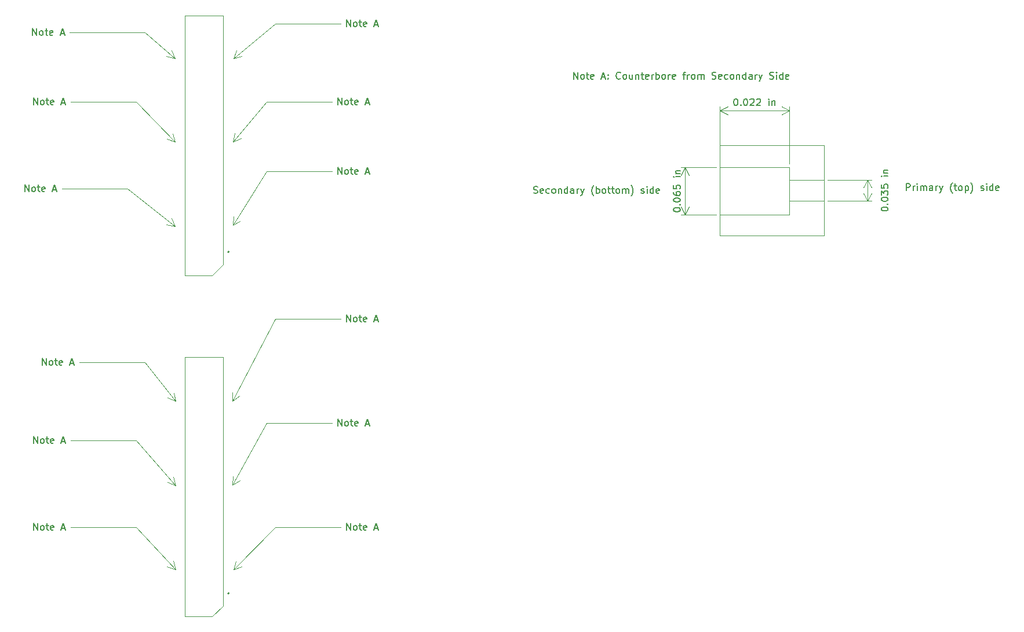
<source format=gbr>
%TF.GenerationSoftware,KiCad,Pcbnew,8.0.0*%
%TF.CreationDate,2024-07-15T09:45:36-07:00*%
%TF.ProjectId,grogu-dib-board,67726f67-752d-4646-9962-2d626f617264,rev?*%
%TF.SameCoordinates,Original*%
%TF.FileFunction,AssemblyDrawing,Top*%
%FSLAX46Y46*%
G04 Gerber Fmt 4.6, Leading zero omitted, Abs format (unit mm)*
G04 Created by KiCad (PCBNEW 8.0.0) date 2024-07-15 09:45:36*
%MOMM*%
%LPD*%
G01*
G04 APERTURE LIST*
%ADD10C,0.100000*%
%ADD11C,0.150000*%
%ADD12C,0.200000*%
G04 APERTURE END LIST*
D10*
X158978600Y-71120000D02*
X164033200Y-71120000D01*
X164033200Y-74193400D01*
X158978600Y-74193400D01*
X158978600Y-71120000D01*
X148805900Y-69316600D02*
X158940500Y-69316600D01*
X158940500Y-76200000D01*
X148805900Y-76200000D01*
X148805900Y-69316600D01*
X148805900Y-66040000D02*
X164020500Y-66040000D01*
X164020500Y-79273400D01*
X148805900Y-79273400D01*
X148805900Y-66040000D01*
D11*
X121599560Y-73050400D02*
X121742417Y-73098019D01*
X121742417Y-73098019D02*
X121980512Y-73098019D01*
X121980512Y-73098019D02*
X122075750Y-73050400D01*
X122075750Y-73050400D02*
X122123369Y-73002780D01*
X122123369Y-73002780D02*
X122170988Y-72907542D01*
X122170988Y-72907542D02*
X122170988Y-72812304D01*
X122170988Y-72812304D02*
X122123369Y-72717066D01*
X122123369Y-72717066D02*
X122075750Y-72669447D01*
X122075750Y-72669447D02*
X121980512Y-72621828D01*
X121980512Y-72621828D02*
X121790036Y-72574209D01*
X121790036Y-72574209D02*
X121694798Y-72526590D01*
X121694798Y-72526590D02*
X121647179Y-72478971D01*
X121647179Y-72478971D02*
X121599560Y-72383733D01*
X121599560Y-72383733D02*
X121599560Y-72288495D01*
X121599560Y-72288495D02*
X121647179Y-72193257D01*
X121647179Y-72193257D02*
X121694798Y-72145638D01*
X121694798Y-72145638D02*
X121790036Y-72098019D01*
X121790036Y-72098019D02*
X122028131Y-72098019D01*
X122028131Y-72098019D02*
X122170988Y-72145638D01*
X122980512Y-73050400D02*
X122885274Y-73098019D01*
X122885274Y-73098019D02*
X122694798Y-73098019D01*
X122694798Y-73098019D02*
X122599560Y-73050400D01*
X122599560Y-73050400D02*
X122551941Y-72955161D01*
X122551941Y-72955161D02*
X122551941Y-72574209D01*
X122551941Y-72574209D02*
X122599560Y-72478971D01*
X122599560Y-72478971D02*
X122694798Y-72431352D01*
X122694798Y-72431352D02*
X122885274Y-72431352D01*
X122885274Y-72431352D02*
X122980512Y-72478971D01*
X122980512Y-72478971D02*
X123028131Y-72574209D01*
X123028131Y-72574209D02*
X123028131Y-72669447D01*
X123028131Y-72669447D02*
X122551941Y-72764685D01*
X123885274Y-73050400D02*
X123790036Y-73098019D01*
X123790036Y-73098019D02*
X123599560Y-73098019D01*
X123599560Y-73098019D02*
X123504322Y-73050400D01*
X123504322Y-73050400D02*
X123456703Y-73002780D01*
X123456703Y-73002780D02*
X123409084Y-72907542D01*
X123409084Y-72907542D02*
X123409084Y-72621828D01*
X123409084Y-72621828D02*
X123456703Y-72526590D01*
X123456703Y-72526590D02*
X123504322Y-72478971D01*
X123504322Y-72478971D02*
X123599560Y-72431352D01*
X123599560Y-72431352D02*
X123790036Y-72431352D01*
X123790036Y-72431352D02*
X123885274Y-72478971D01*
X124456703Y-73098019D02*
X124361465Y-73050400D01*
X124361465Y-73050400D02*
X124313846Y-73002780D01*
X124313846Y-73002780D02*
X124266227Y-72907542D01*
X124266227Y-72907542D02*
X124266227Y-72621828D01*
X124266227Y-72621828D02*
X124313846Y-72526590D01*
X124313846Y-72526590D02*
X124361465Y-72478971D01*
X124361465Y-72478971D02*
X124456703Y-72431352D01*
X124456703Y-72431352D02*
X124599560Y-72431352D01*
X124599560Y-72431352D02*
X124694798Y-72478971D01*
X124694798Y-72478971D02*
X124742417Y-72526590D01*
X124742417Y-72526590D02*
X124790036Y-72621828D01*
X124790036Y-72621828D02*
X124790036Y-72907542D01*
X124790036Y-72907542D02*
X124742417Y-73002780D01*
X124742417Y-73002780D02*
X124694798Y-73050400D01*
X124694798Y-73050400D02*
X124599560Y-73098019D01*
X124599560Y-73098019D02*
X124456703Y-73098019D01*
X125218608Y-72431352D02*
X125218608Y-73098019D01*
X125218608Y-72526590D02*
X125266227Y-72478971D01*
X125266227Y-72478971D02*
X125361465Y-72431352D01*
X125361465Y-72431352D02*
X125504322Y-72431352D01*
X125504322Y-72431352D02*
X125599560Y-72478971D01*
X125599560Y-72478971D02*
X125647179Y-72574209D01*
X125647179Y-72574209D02*
X125647179Y-73098019D01*
X126551941Y-73098019D02*
X126551941Y-72098019D01*
X126551941Y-73050400D02*
X126456703Y-73098019D01*
X126456703Y-73098019D02*
X126266227Y-73098019D01*
X126266227Y-73098019D02*
X126170989Y-73050400D01*
X126170989Y-73050400D02*
X126123370Y-73002780D01*
X126123370Y-73002780D02*
X126075751Y-72907542D01*
X126075751Y-72907542D02*
X126075751Y-72621828D01*
X126075751Y-72621828D02*
X126123370Y-72526590D01*
X126123370Y-72526590D02*
X126170989Y-72478971D01*
X126170989Y-72478971D02*
X126266227Y-72431352D01*
X126266227Y-72431352D02*
X126456703Y-72431352D01*
X126456703Y-72431352D02*
X126551941Y-72478971D01*
X127456703Y-73098019D02*
X127456703Y-72574209D01*
X127456703Y-72574209D02*
X127409084Y-72478971D01*
X127409084Y-72478971D02*
X127313846Y-72431352D01*
X127313846Y-72431352D02*
X127123370Y-72431352D01*
X127123370Y-72431352D02*
X127028132Y-72478971D01*
X127456703Y-73050400D02*
X127361465Y-73098019D01*
X127361465Y-73098019D02*
X127123370Y-73098019D01*
X127123370Y-73098019D02*
X127028132Y-73050400D01*
X127028132Y-73050400D02*
X126980513Y-72955161D01*
X126980513Y-72955161D02*
X126980513Y-72859923D01*
X126980513Y-72859923D02*
X127028132Y-72764685D01*
X127028132Y-72764685D02*
X127123370Y-72717066D01*
X127123370Y-72717066D02*
X127361465Y-72717066D01*
X127361465Y-72717066D02*
X127456703Y-72669447D01*
X127932894Y-73098019D02*
X127932894Y-72431352D01*
X127932894Y-72621828D02*
X127980513Y-72526590D01*
X127980513Y-72526590D02*
X128028132Y-72478971D01*
X128028132Y-72478971D02*
X128123370Y-72431352D01*
X128123370Y-72431352D02*
X128218608Y-72431352D01*
X128456704Y-72431352D02*
X128694799Y-73098019D01*
X128932894Y-72431352D02*
X128694799Y-73098019D01*
X128694799Y-73098019D02*
X128599561Y-73336114D01*
X128599561Y-73336114D02*
X128551942Y-73383733D01*
X128551942Y-73383733D02*
X128456704Y-73431352D01*
X130361466Y-73478971D02*
X130313847Y-73431352D01*
X130313847Y-73431352D02*
X130218609Y-73288495D01*
X130218609Y-73288495D02*
X130170990Y-73193257D01*
X130170990Y-73193257D02*
X130123371Y-73050400D01*
X130123371Y-73050400D02*
X130075752Y-72812304D01*
X130075752Y-72812304D02*
X130075752Y-72621828D01*
X130075752Y-72621828D02*
X130123371Y-72383733D01*
X130123371Y-72383733D02*
X130170990Y-72240876D01*
X130170990Y-72240876D02*
X130218609Y-72145638D01*
X130218609Y-72145638D02*
X130313847Y-72002780D01*
X130313847Y-72002780D02*
X130361466Y-71955161D01*
X130742419Y-73098019D02*
X130742419Y-72098019D01*
X130742419Y-72478971D02*
X130837657Y-72431352D01*
X130837657Y-72431352D02*
X131028133Y-72431352D01*
X131028133Y-72431352D02*
X131123371Y-72478971D01*
X131123371Y-72478971D02*
X131170990Y-72526590D01*
X131170990Y-72526590D02*
X131218609Y-72621828D01*
X131218609Y-72621828D02*
X131218609Y-72907542D01*
X131218609Y-72907542D02*
X131170990Y-73002780D01*
X131170990Y-73002780D02*
X131123371Y-73050400D01*
X131123371Y-73050400D02*
X131028133Y-73098019D01*
X131028133Y-73098019D02*
X130837657Y-73098019D01*
X130837657Y-73098019D02*
X130742419Y-73050400D01*
X131790038Y-73098019D02*
X131694800Y-73050400D01*
X131694800Y-73050400D02*
X131647181Y-73002780D01*
X131647181Y-73002780D02*
X131599562Y-72907542D01*
X131599562Y-72907542D02*
X131599562Y-72621828D01*
X131599562Y-72621828D02*
X131647181Y-72526590D01*
X131647181Y-72526590D02*
X131694800Y-72478971D01*
X131694800Y-72478971D02*
X131790038Y-72431352D01*
X131790038Y-72431352D02*
X131932895Y-72431352D01*
X131932895Y-72431352D02*
X132028133Y-72478971D01*
X132028133Y-72478971D02*
X132075752Y-72526590D01*
X132075752Y-72526590D02*
X132123371Y-72621828D01*
X132123371Y-72621828D02*
X132123371Y-72907542D01*
X132123371Y-72907542D02*
X132075752Y-73002780D01*
X132075752Y-73002780D02*
X132028133Y-73050400D01*
X132028133Y-73050400D02*
X131932895Y-73098019D01*
X131932895Y-73098019D02*
X131790038Y-73098019D01*
X132409086Y-72431352D02*
X132790038Y-72431352D01*
X132551943Y-72098019D02*
X132551943Y-72955161D01*
X132551943Y-72955161D02*
X132599562Y-73050400D01*
X132599562Y-73050400D02*
X132694800Y-73098019D01*
X132694800Y-73098019D02*
X132790038Y-73098019D01*
X132980515Y-72431352D02*
X133361467Y-72431352D01*
X133123372Y-72098019D02*
X133123372Y-72955161D01*
X133123372Y-72955161D02*
X133170991Y-73050400D01*
X133170991Y-73050400D02*
X133266229Y-73098019D01*
X133266229Y-73098019D02*
X133361467Y-73098019D01*
X133837658Y-73098019D02*
X133742420Y-73050400D01*
X133742420Y-73050400D02*
X133694801Y-73002780D01*
X133694801Y-73002780D02*
X133647182Y-72907542D01*
X133647182Y-72907542D02*
X133647182Y-72621828D01*
X133647182Y-72621828D02*
X133694801Y-72526590D01*
X133694801Y-72526590D02*
X133742420Y-72478971D01*
X133742420Y-72478971D02*
X133837658Y-72431352D01*
X133837658Y-72431352D02*
X133980515Y-72431352D01*
X133980515Y-72431352D02*
X134075753Y-72478971D01*
X134075753Y-72478971D02*
X134123372Y-72526590D01*
X134123372Y-72526590D02*
X134170991Y-72621828D01*
X134170991Y-72621828D02*
X134170991Y-72907542D01*
X134170991Y-72907542D02*
X134123372Y-73002780D01*
X134123372Y-73002780D02*
X134075753Y-73050400D01*
X134075753Y-73050400D02*
X133980515Y-73098019D01*
X133980515Y-73098019D02*
X133837658Y-73098019D01*
X134599563Y-73098019D02*
X134599563Y-72431352D01*
X134599563Y-72526590D02*
X134647182Y-72478971D01*
X134647182Y-72478971D02*
X134742420Y-72431352D01*
X134742420Y-72431352D02*
X134885277Y-72431352D01*
X134885277Y-72431352D02*
X134980515Y-72478971D01*
X134980515Y-72478971D02*
X135028134Y-72574209D01*
X135028134Y-72574209D02*
X135028134Y-73098019D01*
X135028134Y-72574209D02*
X135075753Y-72478971D01*
X135075753Y-72478971D02*
X135170991Y-72431352D01*
X135170991Y-72431352D02*
X135313848Y-72431352D01*
X135313848Y-72431352D02*
X135409087Y-72478971D01*
X135409087Y-72478971D02*
X135456706Y-72574209D01*
X135456706Y-72574209D02*
X135456706Y-73098019D01*
X135837658Y-73478971D02*
X135885277Y-73431352D01*
X135885277Y-73431352D02*
X135980515Y-73288495D01*
X135980515Y-73288495D02*
X136028134Y-73193257D01*
X136028134Y-73193257D02*
X136075753Y-73050400D01*
X136075753Y-73050400D02*
X136123372Y-72812304D01*
X136123372Y-72812304D02*
X136123372Y-72621828D01*
X136123372Y-72621828D02*
X136075753Y-72383733D01*
X136075753Y-72383733D02*
X136028134Y-72240876D01*
X136028134Y-72240876D02*
X135980515Y-72145638D01*
X135980515Y-72145638D02*
X135885277Y-72002780D01*
X135885277Y-72002780D02*
X135837658Y-71955161D01*
X137313849Y-73050400D02*
X137409087Y-73098019D01*
X137409087Y-73098019D02*
X137599563Y-73098019D01*
X137599563Y-73098019D02*
X137694801Y-73050400D01*
X137694801Y-73050400D02*
X137742420Y-72955161D01*
X137742420Y-72955161D02*
X137742420Y-72907542D01*
X137742420Y-72907542D02*
X137694801Y-72812304D01*
X137694801Y-72812304D02*
X137599563Y-72764685D01*
X137599563Y-72764685D02*
X137456706Y-72764685D01*
X137456706Y-72764685D02*
X137361468Y-72717066D01*
X137361468Y-72717066D02*
X137313849Y-72621828D01*
X137313849Y-72621828D02*
X137313849Y-72574209D01*
X137313849Y-72574209D02*
X137361468Y-72478971D01*
X137361468Y-72478971D02*
X137456706Y-72431352D01*
X137456706Y-72431352D02*
X137599563Y-72431352D01*
X137599563Y-72431352D02*
X137694801Y-72478971D01*
X138170992Y-73098019D02*
X138170992Y-72431352D01*
X138170992Y-72098019D02*
X138123373Y-72145638D01*
X138123373Y-72145638D02*
X138170992Y-72193257D01*
X138170992Y-72193257D02*
X138218611Y-72145638D01*
X138218611Y-72145638D02*
X138170992Y-72098019D01*
X138170992Y-72098019D02*
X138170992Y-72193257D01*
X139075753Y-73098019D02*
X139075753Y-72098019D01*
X139075753Y-73050400D02*
X138980515Y-73098019D01*
X138980515Y-73098019D02*
X138790039Y-73098019D01*
X138790039Y-73098019D02*
X138694801Y-73050400D01*
X138694801Y-73050400D02*
X138647182Y-73002780D01*
X138647182Y-73002780D02*
X138599563Y-72907542D01*
X138599563Y-72907542D02*
X138599563Y-72621828D01*
X138599563Y-72621828D02*
X138647182Y-72526590D01*
X138647182Y-72526590D02*
X138694801Y-72478971D01*
X138694801Y-72478971D02*
X138790039Y-72431352D01*
X138790039Y-72431352D02*
X138980515Y-72431352D01*
X138980515Y-72431352D02*
X139075753Y-72478971D01*
X139932896Y-73050400D02*
X139837658Y-73098019D01*
X139837658Y-73098019D02*
X139647182Y-73098019D01*
X139647182Y-73098019D02*
X139551944Y-73050400D01*
X139551944Y-73050400D02*
X139504325Y-72955161D01*
X139504325Y-72955161D02*
X139504325Y-72574209D01*
X139504325Y-72574209D02*
X139551944Y-72478971D01*
X139551944Y-72478971D02*
X139647182Y-72431352D01*
X139647182Y-72431352D02*
X139837658Y-72431352D01*
X139837658Y-72431352D02*
X139932896Y-72478971D01*
X139932896Y-72478971D02*
X139980515Y-72574209D01*
X139980515Y-72574209D02*
X139980515Y-72669447D01*
X139980515Y-72669447D02*
X139504325Y-72764685D01*
X176028579Y-72691619D02*
X176028579Y-71691619D01*
X176028579Y-71691619D02*
X176409531Y-71691619D01*
X176409531Y-71691619D02*
X176504769Y-71739238D01*
X176504769Y-71739238D02*
X176552388Y-71786857D01*
X176552388Y-71786857D02*
X176600007Y-71882095D01*
X176600007Y-71882095D02*
X176600007Y-72024952D01*
X176600007Y-72024952D02*
X176552388Y-72120190D01*
X176552388Y-72120190D02*
X176504769Y-72167809D01*
X176504769Y-72167809D02*
X176409531Y-72215428D01*
X176409531Y-72215428D02*
X176028579Y-72215428D01*
X177028579Y-72691619D02*
X177028579Y-72024952D01*
X177028579Y-72215428D02*
X177076198Y-72120190D01*
X177076198Y-72120190D02*
X177123817Y-72072571D01*
X177123817Y-72072571D02*
X177219055Y-72024952D01*
X177219055Y-72024952D02*
X177314293Y-72024952D01*
X177647627Y-72691619D02*
X177647627Y-72024952D01*
X177647627Y-71691619D02*
X177600008Y-71739238D01*
X177600008Y-71739238D02*
X177647627Y-71786857D01*
X177647627Y-71786857D02*
X177695246Y-71739238D01*
X177695246Y-71739238D02*
X177647627Y-71691619D01*
X177647627Y-71691619D02*
X177647627Y-71786857D01*
X178123817Y-72691619D02*
X178123817Y-72024952D01*
X178123817Y-72120190D02*
X178171436Y-72072571D01*
X178171436Y-72072571D02*
X178266674Y-72024952D01*
X178266674Y-72024952D02*
X178409531Y-72024952D01*
X178409531Y-72024952D02*
X178504769Y-72072571D01*
X178504769Y-72072571D02*
X178552388Y-72167809D01*
X178552388Y-72167809D02*
X178552388Y-72691619D01*
X178552388Y-72167809D02*
X178600007Y-72072571D01*
X178600007Y-72072571D02*
X178695245Y-72024952D01*
X178695245Y-72024952D02*
X178838102Y-72024952D01*
X178838102Y-72024952D02*
X178933341Y-72072571D01*
X178933341Y-72072571D02*
X178980960Y-72167809D01*
X178980960Y-72167809D02*
X178980960Y-72691619D01*
X179885721Y-72691619D02*
X179885721Y-72167809D01*
X179885721Y-72167809D02*
X179838102Y-72072571D01*
X179838102Y-72072571D02*
X179742864Y-72024952D01*
X179742864Y-72024952D02*
X179552388Y-72024952D01*
X179552388Y-72024952D02*
X179457150Y-72072571D01*
X179885721Y-72644000D02*
X179790483Y-72691619D01*
X179790483Y-72691619D02*
X179552388Y-72691619D01*
X179552388Y-72691619D02*
X179457150Y-72644000D01*
X179457150Y-72644000D02*
X179409531Y-72548761D01*
X179409531Y-72548761D02*
X179409531Y-72453523D01*
X179409531Y-72453523D02*
X179457150Y-72358285D01*
X179457150Y-72358285D02*
X179552388Y-72310666D01*
X179552388Y-72310666D02*
X179790483Y-72310666D01*
X179790483Y-72310666D02*
X179885721Y-72263047D01*
X180361912Y-72691619D02*
X180361912Y-72024952D01*
X180361912Y-72215428D02*
X180409531Y-72120190D01*
X180409531Y-72120190D02*
X180457150Y-72072571D01*
X180457150Y-72072571D02*
X180552388Y-72024952D01*
X180552388Y-72024952D02*
X180647626Y-72024952D01*
X180885722Y-72024952D02*
X181123817Y-72691619D01*
X181361912Y-72024952D02*
X181123817Y-72691619D01*
X181123817Y-72691619D02*
X181028579Y-72929714D01*
X181028579Y-72929714D02*
X180980960Y-72977333D01*
X180980960Y-72977333D02*
X180885722Y-73024952D01*
X182790484Y-73072571D02*
X182742865Y-73024952D01*
X182742865Y-73024952D02*
X182647627Y-72882095D01*
X182647627Y-72882095D02*
X182600008Y-72786857D01*
X182600008Y-72786857D02*
X182552389Y-72644000D01*
X182552389Y-72644000D02*
X182504770Y-72405904D01*
X182504770Y-72405904D02*
X182504770Y-72215428D01*
X182504770Y-72215428D02*
X182552389Y-71977333D01*
X182552389Y-71977333D02*
X182600008Y-71834476D01*
X182600008Y-71834476D02*
X182647627Y-71739238D01*
X182647627Y-71739238D02*
X182742865Y-71596380D01*
X182742865Y-71596380D02*
X182790484Y-71548761D01*
X183028580Y-72024952D02*
X183409532Y-72024952D01*
X183171437Y-71691619D02*
X183171437Y-72548761D01*
X183171437Y-72548761D02*
X183219056Y-72644000D01*
X183219056Y-72644000D02*
X183314294Y-72691619D01*
X183314294Y-72691619D02*
X183409532Y-72691619D01*
X183885723Y-72691619D02*
X183790485Y-72644000D01*
X183790485Y-72644000D02*
X183742866Y-72596380D01*
X183742866Y-72596380D02*
X183695247Y-72501142D01*
X183695247Y-72501142D02*
X183695247Y-72215428D01*
X183695247Y-72215428D02*
X183742866Y-72120190D01*
X183742866Y-72120190D02*
X183790485Y-72072571D01*
X183790485Y-72072571D02*
X183885723Y-72024952D01*
X183885723Y-72024952D02*
X184028580Y-72024952D01*
X184028580Y-72024952D02*
X184123818Y-72072571D01*
X184123818Y-72072571D02*
X184171437Y-72120190D01*
X184171437Y-72120190D02*
X184219056Y-72215428D01*
X184219056Y-72215428D02*
X184219056Y-72501142D01*
X184219056Y-72501142D02*
X184171437Y-72596380D01*
X184171437Y-72596380D02*
X184123818Y-72644000D01*
X184123818Y-72644000D02*
X184028580Y-72691619D01*
X184028580Y-72691619D02*
X183885723Y-72691619D01*
X184647628Y-72024952D02*
X184647628Y-73024952D01*
X184647628Y-72072571D02*
X184742866Y-72024952D01*
X184742866Y-72024952D02*
X184933342Y-72024952D01*
X184933342Y-72024952D02*
X185028580Y-72072571D01*
X185028580Y-72072571D02*
X185076199Y-72120190D01*
X185076199Y-72120190D02*
X185123818Y-72215428D01*
X185123818Y-72215428D02*
X185123818Y-72501142D01*
X185123818Y-72501142D02*
X185076199Y-72596380D01*
X185076199Y-72596380D02*
X185028580Y-72644000D01*
X185028580Y-72644000D02*
X184933342Y-72691619D01*
X184933342Y-72691619D02*
X184742866Y-72691619D01*
X184742866Y-72691619D02*
X184647628Y-72644000D01*
X185457152Y-73072571D02*
X185504771Y-73024952D01*
X185504771Y-73024952D02*
X185600009Y-72882095D01*
X185600009Y-72882095D02*
X185647628Y-72786857D01*
X185647628Y-72786857D02*
X185695247Y-72644000D01*
X185695247Y-72644000D02*
X185742866Y-72405904D01*
X185742866Y-72405904D02*
X185742866Y-72215428D01*
X185742866Y-72215428D02*
X185695247Y-71977333D01*
X185695247Y-71977333D02*
X185647628Y-71834476D01*
X185647628Y-71834476D02*
X185600009Y-71739238D01*
X185600009Y-71739238D02*
X185504771Y-71596380D01*
X185504771Y-71596380D02*
X185457152Y-71548761D01*
X186933343Y-72644000D02*
X187028581Y-72691619D01*
X187028581Y-72691619D02*
X187219057Y-72691619D01*
X187219057Y-72691619D02*
X187314295Y-72644000D01*
X187314295Y-72644000D02*
X187361914Y-72548761D01*
X187361914Y-72548761D02*
X187361914Y-72501142D01*
X187361914Y-72501142D02*
X187314295Y-72405904D01*
X187314295Y-72405904D02*
X187219057Y-72358285D01*
X187219057Y-72358285D02*
X187076200Y-72358285D01*
X187076200Y-72358285D02*
X186980962Y-72310666D01*
X186980962Y-72310666D02*
X186933343Y-72215428D01*
X186933343Y-72215428D02*
X186933343Y-72167809D01*
X186933343Y-72167809D02*
X186980962Y-72072571D01*
X186980962Y-72072571D02*
X187076200Y-72024952D01*
X187076200Y-72024952D02*
X187219057Y-72024952D01*
X187219057Y-72024952D02*
X187314295Y-72072571D01*
X187790486Y-72691619D02*
X187790486Y-72024952D01*
X187790486Y-71691619D02*
X187742867Y-71739238D01*
X187742867Y-71739238D02*
X187790486Y-71786857D01*
X187790486Y-71786857D02*
X187838105Y-71739238D01*
X187838105Y-71739238D02*
X187790486Y-71691619D01*
X187790486Y-71691619D02*
X187790486Y-71786857D01*
X188695247Y-72691619D02*
X188695247Y-71691619D01*
X188695247Y-72644000D02*
X188600009Y-72691619D01*
X188600009Y-72691619D02*
X188409533Y-72691619D01*
X188409533Y-72691619D02*
X188314295Y-72644000D01*
X188314295Y-72644000D02*
X188266676Y-72596380D01*
X188266676Y-72596380D02*
X188219057Y-72501142D01*
X188219057Y-72501142D02*
X188219057Y-72215428D01*
X188219057Y-72215428D02*
X188266676Y-72120190D01*
X188266676Y-72120190D02*
X188314295Y-72072571D01*
X188314295Y-72072571D02*
X188409533Y-72024952D01*
X188409533Y-72024952D02*
X188600009Y-72024952D01*
X188600009Y-72024952D02*
X188695247Y-72072571D01*
X189552390Y-72644000D02*
X189457152Y-72691619D01*
X189457152Y-72691619D02*
X189266676Y-72691619D01*
X189266676Y-72691619D02*
X189171438Y-72644000D01*
X189171438Y-72644000D02*
X189123819Y-72548761D01*
X189123819Y-72548761D02*
X189123819Y-72167809D01*
X189123819Y-72167809D02*
X189171438Y-72072571D01*
X189171438Y-72072571D02*
X189266676Y-72024952D01*
X189266676Y-72024952D02*
X189457152Y-72024952D01*
X189457152Y-72024952D02*
X189552390Y-72072571D01*
X189552390Y-72072571D02*
X189600009Y-72167809D01*
X189600009Y-72167809D02*
X189600009Y-72263047D01*
X189600009Y-72263047D02*
X189123819Y-72358285D01*
X127463779Y-56384819D02*
X127463779Y-55384819D01*
X127463779Y-55384819D02*
X128035207Y-56384819D01*
X128035207Y-56384819D02*
X128035207Y-55384819D01*
X128654255Y-56384819D02*
X128559017Y-56337200D01*
X128559017Y-56337200D02*
X128511398Y-56289580D01*
X128511398Y-56289580D02*
X128463779Y-56194342D01*
X128463779Y-56194342D02*
X128463779Y-55908628D01*
X128463779Y-55908628D02*
X128511398Y-55813390D01*
X128511398Y-55813390D02*
X128559017Y-55765771D01*
X128559017Y-55765771D02*
X128654255Y-55718152D01*
X128654255Y-55718152D02*
X128797112Y-55718152D01*
X128797112Y-55718152D02*
X128892350Y-55765771D01*
X128892350Y-55765771D02*
X128939969Y-55813390D01*
X128939969Y-55813390D02*
X128987588Y-55908628D01*
X128987588Y-55908628D02*
X128987588Y-56194342D01*
X128987588Y-56194342D02*
X128939969Y-56289580D01*
X128939969Y-56289580D02*
X128892350Y-56337200D01*
X128892350Y-56337200D02*
X128797112Y-56384819D01*
X128797112Y-56384819D02*
X128654255Y-56384819D01*
X129273303Y-55718152D02*
X129654255Y-55718152D01*
X129416160Y-55384819D02*
X129416160Y-56241961D01*
X129416160Y-56241961D02*
X129463779Y-56337200D01*
X129463779Y-56337200D02*
X129559017Y-56384819D01*
X129559017Y-56384819D02*
X129654255Y-56384819D01*
X130368541Y-56337200D02*
X130273303Y-56384819D01*
X130273303Y-56384819D02*
X130082827Y-56384819D01*
X130082827Y-56384819D02*
X129987589Y-56337200D01*
X129987589Y-56337200D02*
X129939970Y-56241961D01*
X129939970Y-56241961D02*
X129939970Y-55861009D01*
X129939970Y-55861009D02*
X129987589Y-55765771D01*
X129987589Y-55765771D02*
X130082827Y-55718152D01*
X130082827Y-55718152D02*
X130273303Y-55718152D01*
X130273303Y-55718152D02*
X130368541Y-55765771D01*
X130368541Y-55765771D02*
X130416160Y-55861009D01*
X130416160Y-55861009D02*
X130416160Y-55956247D01*
X130416160Y-55956247D02*
X129939970Y-56051485D01*
X131559018Y-56099104D02*
X132035208Y-56099104D01*
X131463780Y-56384819D02*
X131797113Y-55384819D01*
X131797113Y-55384819D02*
X132130446Y-56384819D01*
X132463780Y-56289580D02*
X132511399Y-56337200D01*
X132511399Y-56337200D02*
X132463780Y-56384819D01*
X132463780Y-56384819D02*
X132416161Y-56337200D01*
X132416161Y-56337200D02*
X132463780Y-56289580D01*
X132463780Y-56289580D02*
X132463780Y-56384819D01*
X132463780Y-55765771D02*
X132511399Y-55813390D01*
X132511399Y-55813390D02*
X132463780Y-55861009D01*
X132463780Y-55861009D02*
X132416161Y-55813390D01*
X132416161Y-55813390D02*
X132463780Y-55765771D01*
X132463780Y-55765771D02*
X132463780Y-55861009D01*
X134273303Y-56289580D02*
X134225684Y-56337200D01*
X134225684Y-56337200D02*
X134082827Y-56384819D01*
X134082827Y-56384819D02*
X133987589Y-56384819D01*
X133987589Y-56384819D02*
X133844732Y-56337200D01*
X133844732Y-56337200D02*
X133749494Y-56241961D01*
X133749494Y-56241961D02*
X133701875Y-56146723D01*
X133701875Y-56146723D02*
X133654256Y-55956247D01*
X133654256Y-55956247D02*
X133654256Y-55813390D01*
X133654256Y-55813390D02*
X133701875Y-55622914D01*
X133701875Y-55622914D02*
X133749494Y-55527676D01*
X133749494Y-55527676D02*
X133844732Y-55432438D01*
X133844732Y-55432438D02*
X133987589Y-55384819D01*
X133987589Y-55384819D02*
X134082827Y-55384819D01*
X134082827Y-55384819D02*
X134225684Y-55432438D01*
X134225684Y-55432438D02*
X134273303Y-55480057D01*
X134844732Y-56384819D02*
X134749494Y-56337200D01*
X134749494Y-56337200D02*
X134701875Y-56289580D01*
X134701875Y-56289580D02*
X134654256Y-56194342D01*
X134654256Y-56194342D02*
X134654256Y-55908628D01*
X134654256Y-55908628D02*
X134701875Y-55813390D01*
X134701875Y-55813390D02*
X134749494Y-55765771D01*
X134749494Y-55765771D02*
X134844732Y-55718152D01*
X134844732Y-55718152D02*
X134987589Y-55718152D01*
X134987589Y-55718152D02*
X135082827Y-55765771D01*
X135082827Y-55765771D02*
X135130446Y-55813390D01*
X135130446Y-55813390D02*
X135178065Y-55908628D01*
X135178065Y-55908628D02*
X135178065Y-56194342D01*
X135178065Y-56194342D02*
X135130446Y-56289580D01*
X135130446Y-56289580D02*
X135082827Y-56337200D01*
X135082827Y-56337200D02*
X134987589Y-56384819D01*
X134987589Y-56384819D02*
X134844732Y-56384819D01*
X136035208Y-55718152D02*
X136035208Y-56384819D01*
X135606637Y-55718152D02*
X135606637Y-56241961D01*
X135606637Y-56241961D02*
X135654256Y-56337200D01*
X135654256Y-56337200D02*
X135749494Y-56384819D01*
X135749494Y-56384819D02*
X135892351Y-56384819D01*
X135892351Y-56384819D02*
X135987589Y-56337200D01*
X135987589Y-56337200D02*
X136035208Y-56289580D01*
X136511399Y-55718152D02*
X136511399Y-56384819D01*
X136511399Y-55813390D02*
X136559018Y-55765771D01*
X136559018Y-55765771D02*
X136654256Y-55718152D01*
X136654256Y-55718152D02*
X136797113Y-55718152D01*
X136797113Y-55718152D02*
X136892351Y-55765771D01*
X136892351Y-55765771D02*
X136939970Y-55861009D01*
X136939970Y-55861009D02*
X136939970Y-56384819D01*
X137273304Y-55718152D02*
X137654256Y-55718152D01*
X137416161Y-55384819D02*
X137416161Y-56241961D01*
X137416161Y-56241961D02*
X137463780Y-56337200D01*
X137463780Y-56337200D02*
X137559018Y-56384819D01*
X137559018Y-56384819D02*
X137654256Y-56384819D01*
X138368542Y-56337200D02*
X138273304Y-56384819D01*
X138273304Y-56384819D02*
X138082828Y-56384819D01*
X138082828Y-56384819D02*
X137987590Y-56337200D01*
X137987590Y-56337200D02*
X137939971Y-56241961D01*
X137939971Y-56241961D02*
X137939971Y-55861009D01*
X137939971Y-55861009D02*
X137987590Y-55765771D01*
X137987590Y-55765771D02*
X138082828Y-55718152D01*
X138082828Y-55718152D02*
X138273304Y-55718152D01*
X138273304Y-55718152D02*
X138368542Y-55765771D01*
X138368542Y-55765771D02*
X138416161Y-55861009D01*
X138416161Y-55861009D02*
X138416161Y-55956247D01*
X138416161Y-55956247D02*
X137939971Y-56051485D01*
X138844733Y-56384819D02*
X138844733Y-55718152D01*
X138844733Y-55908628D02*
X138892352Y-55813390D01*
X138892352Y-55813390D02*
X138939971Y-55765771D01*
X138939971Y-55765771D02*
X139035209Y-55718152D01*
X139035209Y-55718152D02*
X139130447Y-55718152D01*
X139463781Y-56384819D02*
X139463781Y-55384819D01*
X139463781Y-55765771D02*
X139559019Y-55718152D01*
X139559019Y-55718152D02*
X139749495Y-55718152D01*
X139749495Y-55718152D02*
X139844733Y-55765771D01*
X139844733Y-55765771D02*
X139892352Y-55813390D01*
X139892352Y-55813390D02*
X139939971Y-55908628D01*
X139939971Y-55908628D02*
X139939971Y-56194342D01*
X139939971Y-56194342D02*
X139892352Y-56289580D01*
X139892352Y-56289580D02*
X139844733Y-56337200D01*
X139844733Y-56337200D02*
X139749495Y-56384819D01*
X139749495Y-56384819D02*
X139559019Y-56384819D01*
X139559019Y-56384819D02*
X139463781Y-56337200D01*
X140511400Y-56384819D02*
X140416162Y-56337200D01*
X140416162Y-56337200D02*
X140368543Y-56289580D01*
X140368543Y-56289580D02*
X140320924Y-56194342D01*
X140320924Y-56194342D02*
X140320924Y-55908628D01*
X140320924Y-55908628D02*
X140368543Y-55813390D01*
X140368543Y-55813390D02*
X140416162Y-55765771D01*
X140416162Y-55765771D02*
X140511400Y-55718152D01*
X140511400Y-55718152D02*
X140654257Y-55718152D01*
X140654257Y-55718152D02*
X140749495Y-55765771D01*
X140749495Y-55765771D02*
X140797114Y-55813390D01*
X140797114Y-55813390D02*
X140844733Y-55908628D01*
X140844733Y-55908628D02*
X140844733Y-56194342D01*
X140844733Y-56194342D02*
X140797114Y-56289580D01*
X140797114Y-56289580D02*
X140749495Y-56337200D01*
X140749495Y-56337200D02*
X140654257Y-56384819D01*
X140654257Y-56384819D02*
X140511400Y-56384819D01*
X141273305Y-56384819D02*
X141273305Y-55718152D01*
X141273305Y-55908628D02*
X141320924Y-55813390D01*
X141320924Y-55813390D02*
X141368543Y-55765771D01*
X141368543Y-55765771D02*
X141463781Y-55718152D01*
X141463781Y-55718152D02*
X141559019Y-55718152D01*
X142273305Y-56337200D02*
X142178067Y-56384819D01*
X142178067Y-56384819D02*
X141987591Y-56384819D01*
X141987591Y-56384819D02*
X141892353Y-56337200D01*
X141892353Y-56337200D02*
X141844734Y-56241961D01*
X141844734Y-56241961D02*
X141844734Y-55861009D01*
X141844734Y-55861009D02*
X141892353Y-55765771D01*
X141892353Y-55765771D02*
X141987591Y-55718152D01*
X141987591Y-55718152D02*
X142178067Y-55718152D01*
X142178067Y-55718152D02*
X142273305Y-55765771D01*
X142273305Y-55765771D02*
X142320924Y-55861009D01*
X142320924Y-55861009D02*
X142320924Y-55956247D01*
X142320924Y-55956247D02*
X141844734Y-56051485D01*
X143368544Y-55718152D02*
X143749496Y-55718152D01*
X143511401Y-56384819D02*
X143511401Y-55527676D01*
X143511401Y-55527676D02*
X143559020Y-55432438D01*
X143559020Y-55432438D02*
X143654258Y-55384819D01*
X143654258Y-55384819D02*
X143749496Y-55384819D01*
X144082830Y-56384819D02*
X144082830Y-55718152D01*
X144082830Y-55908628D02*
X144130449Y-55813390D01*
X144130449Y-55813390D02*
X144178068Y-55765771D01*
X144178068Y-55765771D02*
X144273306Y-55718152D01*
X144273306Y-55718152D02*
X144368544Y-55718152D01*
X144844735Y-56384819D02*
X144749497Y-56337200D01*
X144749497Y-56337200D02*
X144701878Y-56289580D01*
X144701878Y-56289580D02*
X144654259Y-56194342D01*
X144654259Y-56194342D02*
X144654259Y-55908628D01*
X144654259Y-55908628D02*
X144701878Y-55813390D01*
X144701878Y-55813390D02*
X144749497Y-55765771D01*
X144749497Y-55765771D02*
X144844735Y-55718152D01*
X144844735Y-55718152D02*
X144987592Y-55718152D01*
X144987592Y-55718152D02*
X145082830Y-55765771D01*
X145082830Y-55765771D02*
X145130449Y-55813390D01*
X145130449Y-55813390D02*
X145178068Y-55908628D01*
X145178068Y-55908628D02*
X145178068Y-56194342D01*
X145178068Y-56194342D02*
X145130449Y-56289580D01*
X145130449Y-56289580D02*
X145082830Y-56337200D01*
X145082830Y-56337200D02*
X144987592Y-56384819D01*
X144987592Y-56384819D02*
X144844735Y-56384819D01*
X145606640Y-56384819D02*
X145606640Y-55718152D01*
X145606640Y-55813390D02*
X145654259Y-55765771D01*
X145654259Y-55765771D02*
X145749497Y-55718152D01*
X145749497Y-55718152D02*
X145892354Y-55718152D01*
X145892354Y-55718152D02*
X145987592Y-55765771D01*
X145987592Y-55765771D02*
X146035211Y-55861009D01*
X146035211Y-55861009D02*
X146035211Y-56384819D01*
X146035211Y-55861009D02*
X146082830Y-55765771D01*
X146082830Y-55765771D02*
X146178068Y-55718152D01*
X146178068Y-55718152D02*
X146320925Y-55718152D01*
X146320925Y-55718152D02*
X146416164Y-55765771D01*
X146416164Y-55765771D02*
X146463783Y-55861009D01*
X146463783Y-55861009D02*
X146463783Y-56384819D01*
X147654259Y-56337200D02*
X147797116Y-56384819D01*
X147797116Y-56384819D02*
X148035211Y-56384819D01*
X148035211Y-56384819D02*
X148130449Y-56337200D01*
X148130449Y-56337200D02*
X148178068Y-56289580D01*
X148178068Y-56289580D02*
X148225687Y-56194342D01*
X148225687Y-56194342D02*
X148225687Y-56099104D01*
X148225687Y-56099104D02*
X148178068Y-56003866D01*
X148178068Y-56003866D02*
X148130449Y-55956247D01*
X148130449Y-55956247D02*
X148035211Y-55908628D01*
X148035211Y-55908628D02*
X147844735Y-55861009D01*
X147844735Y-55861009D02*
X147749497Y-55813390D01*
X147749497Y-55813390D02*
X147701878Y-55765771D01*
X147701878Y-55765771D02*
X147654259Y-55670533D01*
X147654259Y-55670533D02*
X147654259Y-55575295D01*
X147654259Y-55575295D02*
X147701878Y-55480057D01*
X147701878Y-55480057D02*
X147749497Y-55432438D01*
X147749497Y-55432438D02*
X147844735Y-55384819D01*
X147844735Y-55384819D02*
X148082830Y-55384819D01*
X148082830Y-55384819D02*
X148225687Y-55432438D01*
X149035211Y-56337200D02*
X148939973Y-56384819D01*
X148939973Y-56384819D02*
X148749497Y-56384819D01*
X148749497Y-56384819D02*
X148654259Y-56337200D01*
X148654259Y-56337200D02*
X148606640Y-56241961D01*
X148606640Y-56241961D02*
X148606640Y-55861009D01*
X148606640Y-55861009D02*
X148654259Y-55765771D01*
X148654259Y-55765771D02*
X148749497Y-55718152D01*
X148749497Y-55718152D02*
X148939973Y-55718152D01*
X148939973Y-55718152D02*
X149035211Y-55765771D01*
X149035211Y-55765771D02*
X149082830Y-55861009D01*
X149082830Y-55861009D02*
X149082830Y-55956247D01*
X149082830Y-55956247D02*
X148606640Y-56051485D01*
X149939973Y-56337200D02*
X149844735Y-56384819D01*
X149844735Y-56384819D02*
X149654259Y-56384819D01*
X149654259Y-56384819D02*
X149559021Y-56337200D01*
X149559021Y-56337200D02*
X149511402Y-56289580D01*
X149511402Y-56289580D02*
X149463783Y-56194342D01*
X149463783Y-56194342D02*
X149463783Y-55908628D01*
X149463783Y-55908628D02*
X149511402Y-55813390D01*
X149511402Y-55813390D02*
X149559021Y-55765771D01*
X149559021Y-55765771D02*
X149654259Y-55718152D01*
X149654259Y-55718152D02*
X149844735Y-55718152D01*
X149844735Y-55718152D02*
X149939973Y-55765771D01*
X150511402Y-56384819D02*
X150416164Y-56337200D01*
X150416164Y-56337200D02*
X150368545Y-56289580D01*
X150368545Y-56289580D02*
X150320926Y-56194342D01*
X150320926Y-56194342D02*
X150320926Y-55908628D01*
X150320926Y-55908628D02*
X150368545Y-55813390D01*
X150368545Y-55813390D02*
X150416164Y-55765771D01*
X150416164Y-55765771D02*
X150511402Y-55718152D01*
X150511402Y-55718152D02*
X150654259Y-55718152D01*
X150654259Y-55718152D02*
X150749497Y-55765771D01*
X150749497Y-55765771D02*
X150797116Y-55813390D01*
X150797116Y-55813390D02*
X150844735Y-55908628D01*
X150844735Y-55908628D02*
X150844735Y-56194342D01*
X150844735Y-56194342D02*
X150797116Y-56289580D01*
X150797116Y-56289580D02*
X150749497Y-56337200D01*
X150749497Y-56337200D02*
X150654259Y-56384819D01*
X150654259Y-56384819D02*
X150511402Y-56384819D01*
X151273307Y-55718152D02*
X151273307Y-56384819D01*
X151273307Y-55813390D02*
X151320926Y-55765771D01*
X151320926Y-55765771D02*
X151416164Y-55718152D01*
X151416164Y-55718152D02*
X151559021Y-55718152D01*
X151559021Y-55718152D02*
X151654259Y-55765771D01*
X151654259Y-55765771D02*
X151701878Y-55861009D01*
X151701878Y-55861009D02*
X151701878Y-56384819D01*
X152606640Y-56384819D02*
X152606640Y-55384819D01*
X152606640Y-56337200D02*
X152511402Y-56384819D01*
X152511402Y-56384819D02*
X152320926Y-56384819D01*
X152320926Y-56384819D02*
X152225688Y-56337200D01*
X152225688Y-56337200D02*
X152178069Y-56289580D01*
X152178069Y-56289580D02*
X152130450Y-56194342D01*
X152130450Y-56194342D02*
X152130450Y-55908628D01*
X152130450Y-55908628D02*
X152178069Y-55813390D01*
X152178069Y-55813390D02*
X152225688Y-55765771D01*
X152225688Y-55765771D02*
X152320926Y-55718152D01*
X152320926Y-55718152D02*
X152511402Y-55718152D01*
X152511402Y-55718152D02*
X152606640Y-55765771D01*
X153511402Y-56384819D02*
X153511402Y-55861009D01*
X153511402Y-55861009D02*
X153463783Y-55765771D01*
X153463783Y-55765771D02*
X153368545Y-55718152D01*
X153368545Y-55718152D02*
X153178069Y-55718152D01*
X153178069Y-55718152D02*
X153082831Y-55765771D01*
X153511402Y-56337200D02*
X153416164Y-56384819D01*
X153416164Y-56384819D02*
X153178069Y-56384819D01*
X153178069Y-56384819D02*
X153082831Y-56337200D01*
X153082831Y-56337200D02*
X153035212Y-56241961D01*
X153035212Y-56241961D02*
X153035212Y-56146723D01*
X153035212Y-56146723D02*
X153082831Y-56051485D01*
X153082831Y-56051485D02*
X153178069Y-56003866D01*
X153178069Y-56003866D02*
X153416164Y-56003866D01*
X153416164Y-56003866D02*
X153511402Y-55956247D01*
X153987593Y-56384819D02*
X153987593Y-55718152D01*
X153987593Y-55908628D02*
X154035212Y-55813390D01*
X154035212Y-55813390D02*
X154082831Y-55765771D01*
X154082831Y-55765771D02*
X154178069Y-55718152D01*
X154178069Y-55718152D02*
X154273307Y-55718152D01*
X154511403Y-55718152D02*
X154749498Y-56384819D01*
X154987593Y-55718152D02*
X154749498Y-56384819D01*
X154749498Y-56384819D02*
X154654260Y-56622914D01*
X154654260Y-56622914D02*
X154606641Y-56670533D01*
X154606641Y-56670533D02*
X154511403Y-56718152D01*
X156082832Y-56337200D02*
X156225689Y-56384819D01*
X156225689Y-56384819D02*
X156463784Y-56384819D01*
X156463784Y-56384819D02*
X156559022Y-56337200D01*
X156559022Y-56337200D02*
X156606641Y-56289580D01*
X156606641Y-56289580D02*
X156654260Y-56194342D01*
X156654260Y-56194342D02*
X156654260Y-56099104D01*
X156654260Y-56099104D02*
X156606641Y-56003866D01*
X156606641Y-56003866D02*
X156559022Y-55956247D01*
X156559022Y-55956247D02*
X156463784Y-55908628D01*
X156463784Y-55908628D02*
X156273308Y-55861009D01*
X156273308Y-55861009D02*
X156178070Y-55813390D01*
X156178070Y-55813390D02*
X156130451Y-55765771D01*
X156130451Y-55765771D02*
X156082832Y-55670533D01*
X156082832Y-55670533D02*
X156082832Y-55575295D01*
X156082832Y-55575295D02*
X156130451Y-55480057D01*
X156130451Y-55480057D02*
X156178070Y-55432438D01*
X156178070Y-55432438D02*
X156273308Y-55384819D01*
X156273308Y-55384819D02*
X156511403Y-55384819D01*
X156511403Y-55384819D02*
X156654260Y-55432438D01*
X157082832Y-56384819D02*
X157082832Y-55718152D01*
X157082832Y-55384819D02*
X157035213Y-55432438D01*
X157035213Y-55432438D02*
X157082832Y-55480057D01*
X157082832Y-55480057D02*
X157130451Y-55432438D01*
X157130451Y-55432438D02*
X157082832Y-55384819D01*
X157082832Y-55384819D02*
X157082832Y-55480057D01*
X157987593Y-56384819D02*
X157987593Y-55384819D01*
X157987593Y-56337200D02*
X157892355Y-56384819D01*
X157892355Y-56384819D02*
X157701879Y-56384819D01*
X157701879Y-56384819D02*
X157606641Y-56337200D01*
X157606641Y-56337200D02*
X157559022Y-56289580D01*
X157559022Y-56289580D02*
X157511403Y-56194342D01*
X157511403Y-56194342D02*
X157511403Y-55908628D01*
X157511403Y-55908628D02*
X157559022Y-55813390D01*
X157559022Y-55813390D02*
X157606641Y-55765771D01*
X157606641Y-55765771D02*
X157701879Y-55718152D01*
X157701879Y-55718152D02*
X157892355Y-55718152D01*
X157892355Y-55718152D02*
X157987593Y-55765771D01*
X158844736Y-56337200D02*
X158749498Y-56384819D01*
X158749498Y-56384819D02*
X158559022Y-56384819D01*
X158559022Y-56384819D02*
X158463784Y-56337200D01*
X158463784Y-56337200D02*
X158416165Y-56241961D01*
X158416165Y-56241961D02*
X158416165Y-55861009D01*
X158416165Y-55861009D02*
X158463784Y-55765771D01*
X158463784Y-55765771D02*
X158559022Y-55718152D01*
X158559022Y-55718152D02*
X158749498Y-55718152D01*
X158749498Y-55718152D02*
X158844736Y-55765771D01*
X158844736Y-55765771D02*
X158892355Y-55861009D01*
X158892355Y-55861009D02*
X158892355Y-55956247D01*
X158892355Y-55956247D02*
X158416165Y-56051485D01*
X48538095Y-60144819D02*
X48538095Y-59144819D01*
X48538095Y-59144819D02*
X49109523Y-60144819D01*
X49109523Y-60144819D02*
X49109523Y-59144819D01*
X49728571Y-60144819D02*
X49633333Y-60097200D01*
X49633333Y-60097200D02*
X49585714Y-60049580D01*
X49585714Y-60049580D02*
X49538095Y-59954342D01*
X49538095Y-59954342D02*
X49538095Y-59668628D01*
X49538095Y-59668628D02*
X49585714Y-59573390D01*
X49585714Y-59573390D02*
X49633333Y-59525771D01*
X49633333Y-59525771D02*
X49728571Y-59478152D01*
X49728571Y-59478152D02*
X49871428Y-59478152D01*
X49871428Y-59478152D02*
X49966666Y-59525771D01*
X49966666Y-59525771D02*
X50014285Y-59573390D01*
X50014285Y-59573390D02*
X50061904Y-59668628D01*
X50061904Y-59668628D02*
X50061904Y-59954342D01*
X50061904Y-59954342D02*
X50014285Y-60049580D01*
X50014285Y-60049580D02*
X49966666Y-60097200D01*
X49966666Y-60097200D02*
X49871428Y-60144819D01*
X49871428Y-60144819D02*
X49728571Y-60144819D01*
X50347619Y-59478152D02*
X50728571Y-59478152D01*
X50490476Y-59144819D02*
X50490476Y-60001961D01*
X50490476Y-60001961D02*
X50538095Y-60097200D01*
X50538095Y-60097200D02*
X50633333Y-60144819D01*
X50633333Y-60144819D02*
X50728571Y-60144819D01*
X51442857Y-60097200D02*
X51347619Y-60144819D01*
X51347619Y-60144819D02*
X51157143Y-60144819D01*
X51157143Y-60144819D02*
X51061905Y-60097200D01*
X51061905Y-60097200D02*
X51014286Y-60001961D01*
X51014286Y-60001961D02*
X51014286Y-59621009D01*
X51014286Y-59621009D02*
X51061905Y-59525771D01*
X51061905Y-59525771D02*
X51157143Y-59478152D01*
X51157143Y-59478152D02*
X51347619Y-59478152D01*
X51347619Y-59478152D02*
X51442857Y-59525771D01*
X51442857Y-59525771D02*
X51490476Y-59621009D01*
X51490476Y-59621009D02*
X51490476Y-59716247D01*
X51490476Y-59716247D02*
X51014286Y-59811485D01*
X52633334Y-59859104D02*
X53109524Y-59859104D01*
X52538096Y-60144819D02*
X52871429Y-59144819D01*
X52871429Y-59144819D02*
X53204762Y-60144819D01*
D10*
X69233929Y-65560394D02*
X63500000Y-59690000D01*
X69233929Y-65560394D02*
X68027283Y-65164281D01*
X69233929Y-65560394D02*
X68866302Y-64344766D01*
X63500000Y-59690000D02*
X53925001Y-59690000D01*
X69233929Y-65560394D02*
X63500000Y-59690000D01*
X69233929Y-65560394D02*
X68027283Y-65164281D01*
X69233929Y-65560394D02*
X68866302Y-64344766D01*
X63500000Y-59690000D02*
X53925001Y-59690000D01*
D11*
X48538095Y-109674819D02*
X48538095Y-108674819D01*
X48538095Y-108674819D02*
X49109523Y-109674819D01*
X49109523Y-109674819D02*
X49109523Y-108674819D01*
X49728571Y-109674819D02*
X49633333Y-109627200D01*
X49633333Y-109627200D02*
X49585714Y-109579580D01*
X49585714Y-109579580D02*
X49538095Y-109484342D01*
X49538095Y-109484342D02*
X49538095Y-109198628D01*
X49538095Y-109198628D02*
X49585714Y-109103390D01*
X49585714Y-109103390D02*
X49633333Y-109055771D01*
X49633333Y-109055771D02*
X49728571Y-109008152D01*
X49728571Y-109008152D02*
X49871428Y-109008152D01*
X49871428Y-109008152D02*
X49966666Y-109055771D01*
X49966666Y-109055771D02*
X50014285Y-109103390D01*
X50014285Y-109103390D02*
X50061904Y-109198628D01*
X50061904Y-109198628D02*
X50061904Y-109484342D01*
X50061904Y-109484342D02*
X50014285Y-109579580D01*
X50014285Y-109579580D02*
X49966666Y-109627200D01*
X49966666Y-109627200D02*
X49871428Y-109674819D01*
X49871428Y-109674819D02*
X49728571Y-109674819D01*
X50347619Y-109008152D02*
X50728571Y-109008152D01*
X50490476Y-108674819D02*
X50490476Y-109531961D01*
X50490476Y-109531961D02*
X50538095Y-109627200D01*
X50538095Y-109627200D02*
X50633333Y-109674819D01*
X50633333Y-109674819D02*
X50728571Y-109674819D01*
X51442857Y-109627200D02*
X51347619Y-109674819D01*
X51347619Y-109674819D02*
X51157143Y-109674819D01*
X51157143Y-109674819D02*
X51061905Y-109627200D01*
X51061905Y-109627200D02*
X51014286Y-109531961D01*
X51014286Y-109531961D02*
X51014286Y-109151009D01*
X51014286Y-109151009D02*
X51061905Y-109055771D01*
X51061905Y-109055771D02*
X51157143Y-109008152D01*
X51157143Y-109008152D02*
X51347619Y-109008152D01*
X51347619Y-109008152D02*
X51442857Y-109055771D01*
X51442857Y-109055771D02*
X51490476Y-109151009D01*
X51490476Y-109151009D02*
X51490476Y-109246247D01*
X51490476Y-109246247D02*
X51014286Y-109341485D01*
X52633334Y-109389104D02*
X53109524Y-109389104D01*
X52538096Y-109674819D02*
X52871429Y-108674819D01*
X52871429Y-108674819D02*
X53204762Y-109674819D01*
D10*
X69255465Y-115847796D02*
X63500000Y-109220000D01*
X69255465Y-115847796D02*
X68074075Y-115381731D01*
X69255465Y-115847796D02*
X68959625Y-114612734D01*
X63500000Y-109220000D02*
X53925001Y-109220000D01*
X69255465Y-115847796D02*
X63500000Y-109220000D01*
X69255465Y-115847796D02*
X68074075Y-115381731D01*
X69255465Y-115847796D02*
X68959625Y-114612734D01*
X63500000Y-109220000D02*
X53925001Y-109220000D01*
D11*
X94258095Y-48714819D02*
X94258095Y-47714819D01*
X94258095Y-47714819D02*
X94829523Y-48714819D01*
X94829523Y-48714819D02*
X94829523Y-47714819D01*
X95448571Y-48714819D02*
X95353333Y-48667200D01*
X95353333Y-48667200D02*
X95305714Y-48619580D01*
X95305714Y-48619580D02*
X95258095Y-48524342D01*
X95258095Y-48524342D02*
X95258095Y-48238628D01*
X95258095Y-48238628D02*
X95305714Y-48143390D01*
X95305714Y-48143390D02*
X95353333Y-48095771D01*
X95353333Y-48095771D02*
X95448571Y-48048152D01*
X95448571Y-48048152D02*
X95591428Y-48048152D01*
X95591428Y-48048152D02*
X95686666Y-48095771D01*
X95686666Y-48095771D02*
X95734285Y-48143390D01*
X95734285Y-48143390D02*
X95781904Y-48238628D01*
X95781904Y-48238628D02*
X95781904Y-48524342D01*
X95781904Y-48524342D02*
X95734285Y-48619580D01*
X95734285Y-48619580D02*
X95686666Y-48667200D01*
X95686666Y-48667200D02*
X95591428Y-48714819D01*
X95591428Y-48714819D02*
X95448571Y-48714819D01*
X96067619Y-48048152D02*
X96448571Y-48048152D01*
X96210476Y-47714819D02*
X96210476Y-48571961D01*
X96210476Y-48571961D02*
X96258095Y-48667200D01*
X96258095Y-48667200D02*
X96353333Y-48714819D01*
X96353333Y-48714819D02*
X96448571Y-48714819D01*
X97162857Y-48667200D02*
X97067619Y-48714819D01*
X97067619Y-48714819D02*
X96877143Y-48714819D01*
X96877143Y-48714819D02*
X96781905Y-48667200D01*
X96781905Y-48667200D02*
X96734286Y-48571961D01*
X96734286Y-48571961D02*
X96734286Y-48191009D01*
X96734286Y-48191009D02*
X96781905Y-48095771D01*
X96781905Y-48095771D02*
X96877143Y-48048152D01*
X96877143Y-48048152D02*
X97067619Y-48048152D01*
X97067619Y-48048152D02*
X97162857Y-48095771D01*
X97162857Y-48095771D02*
X97210476Y-48191009D01*
X97210476Y-48191009D02*
X97210476Y-48286247D01*
X97210476Y-48286247D02*
X96734286Y-48381485D01*
X98353334Y-48429104D02*
X98829524Y-48429104D01*
X98258096Y-48714819D02*
X98591429Y-47714819D01*
X98591429Y-47714819D02*
X98924762Y-48714819D01*
D10*
X77714497Y-53345131D02*
X83820000Y-48260000D01*
X77714497Y-53345131D02*
X78204800Y-52173592D01*
X77714497Y-53345131D02*
X78955391Y-53074796D01*
X83820000Y-48260000D02*
X93395000Y-48260000D01*
X77714497Y-53345131D02*
X83820000Y-48260000D01*
X77714497Y-53345131D02*
X78204800Y-52173592D01*
X77714497Y-53345131D02*
X78955391Y-53074796D01*
X83820000Y-48260000D02*
X93395000Y-48260000D01*
D11*
X92988095Y-107134819D02*
X92988095Y-106134819D01*
X92988095Y-106134819D02*
X93559523Y-107134819D01*
X93559523Y-107134819D02*
X93559523Y-106134819D01*
X94178571Y-107134819D02*
X94083333Y-107087200D01*
X94083333Y-107087200D02*
X94035714Y-107039580D01*
X94035714Y-107039580D02*
X93988095Y-106944342D01*
X93988095Y-106944342D02*
X93988095Y-106658628D01*
X93988095Y-106658628D02*
X94035714Y-106563390D01*
X94035714Y-106563390D02*
X94083333Y-106515771D01*
X94083333Y-106515771D02*
X94178571Y-106468152D01*
X94178571Y-106468152D02*
X94321428Y-106468152D01*
X94321428Y-106468152D02*
X94416666Y-106515771D01*
X94416666Y-106515771D02*
X94464285Y-106563390D01*
X94464285Y-106563390D02*
X94511904Y-106658628D01*
X94511904Y-106658628D02*
X94511904Y-106944342D01*
X94511904Y-106944342D02*
X94464285Y-107039580D01*
X94464285Y-107039580D02*
X94416666Y-107087200D01*
X94416666Y-107087200D02*
X94321428Y-107134819D01*
X94321428Y-107134819D02*
X94178571Y-107134819D01*
X94797619Y-106468152D02*
X95178571Y-106468152D01*
X94940476Y-106134819D02*
X94940476Y-106991961D01*
X94940476Y-106991961D02*
X94988095Y-107087200D01*
X94988095Y-107087200D02*
X95083333Y-107134819D01*
X95083333Y-107134819D02*
X95178571Y-107134819D01*
X95892857Y-107087200D02*
X95797619Y-107134819D01*
X95797619Y-107134819D02*
X95607143Y-107134819D01*
X95607143Y-107134819D02*
X95511905Y-107087200D01*
X95511905Y-107087200D02*
X95464286Y-106991961D01*
X95464286Y-106991961D02*
X95464286Y-106611009D01*
X95464286Y-106611009D02*
X95511905Y-106515771D01*
X95511905Y-106515771D02*
X95607143Y-106468152D01*
X95607143Y-106468152D02*
X95797619Y-106468152D01*
X95797619Y-106468152D02*
X95892857Y-106515771D01*
X95892857Y-106515771D02*
X95940476Y-106611009D01*
X95940476Y-106611009D02*
X95940476Y-106706247D01*
X95940476Y-106706247D02*
X95464286Y-106801485D01*
X97083334Y-106849104D02*
X97559524Y-106849104D01*
X96988096Y-107134819D02*
X97321429Y-106134819D01*
X97321429Y-106134819D02*
X97654762Y-107134819D01*
D10*
X77601925Y-115787247D02*
X82550000Y-106680000D01*
X77601925Y-115787247D02*
X77624439Y-114517447D01*
X77601925Y-115787247D02*
X78654998Y-115077362D01*
X82550000Y-106680000D02*
X92125000Y-106680000D01*
X77601925Y-115787247D02*
X82550000Y-106680000D01*
X77601925Y-115787247D02*
X77624439Y-114517447D01*
X77601925Y-115787247D02*
X78654998Y-115077362D01*
X82550000Y-106680000D02*
X92125000Y-106680000D01*
D11*
X92988095Y-70304819D02*
X92988095Y-69304819D01*
X92988095Y-69304819D02*
X93559523Y-70304819D01*
X93559523Y-70304819D02*
X93559523Y-69304819D01*
X94178571Y-70304819D02*
X94083333Y-70257200D01*
X94083333Y-70257200D02*
X94035714Y-70209580D01*
X94035714Y-70209580D02*
X93988095Y-70114342D01*
X93988095Y-70114342D02*
X93988095Y-69828628D01*
X93988095Y-69828628D02*
X94035714Y-69733390D01*
X94035714Y-69733390D02*
X94083333Y-69685771D01*
X94083333Y-69685771D02*
X94178571Y-69638152D01*
X94178571Y-69638152D02*
X94321428Y-69638152D01*
X94321428Y-69638152D02*
X94416666Y-69685771D01*
X94416666Y-69685771D02*
X94464285Y-69733390D01*
X94464285Y-69733390D02*
X94511904Y-69828628D01*
X94511904Y-69828628D02*
X94511904Y-70114342D01*
X94511904Y-70114342D02*
X94464285Y-70209580D01*
X94464285Y-70209580D02*
X94416666Y-70257200D01*
X94416666Y-70257200D02*
X94321428Y-70304819D01*
X94321428Y-70304819D02*
X94178571Y-70304819D01*
X94797619Y-69638152D02*
X95178571Y-69638152D01*
X94940476Y-69304819D02*
X94940476Y-70161961D01*
X94940476Y-70161961D02*
X94988095Y-70257200D01*
X94988095Y-70257200D02*
X95083333Y-70304819D01*
X95083333Y-70304819D02*
X95178571Y-70304819D01*
X95892857Y-70257200D02*
X95797619Y-70304819D01*
X95797619Y-70304819D02*
X95607143Y-70304819D01*
X95607143Y-70304819D02*
X95511905Y-70257200D01*
X95511905Y-70257200D02*
X95464286Y-70161961D01*
X95464286Y-70161961D02*
X95464286Y-69781009D01*
X95464286Y-69781009D02*
X95511905Y-69685771D01*
X95511905Y-69685771D02*
X95607143Y-69638152D01*
X95607143Y-69638152D02*
X95797619Y-69638152D01*
X95797619Y-69638152D02*
X95892857Y-69685771D01*
X95892857Y-69685771D02*
X95940476Y-69781009D01*
X95940476Y-69781009D02*
X95940476Y-69876247D01*
X95940476Y-69876247D02*
X95464286Y-69971485D01*
X97083334Y-70019104D02*
X97559524Y-70019104D01*
X96988096Y-70304819D02*
X97321429Y-69304819D01*
X97321429Y-69304819D02*
X97654762Y-70304819D01*
D10*
X77626586Y-77795551D02*
X82550000Y-69850000D01*
X77626586Y-77795551D02*
X77721459Y-76529100D01*
X77626586Y-77795551D02*
X78718419Y-77146860D01*
X82550000Y-69850000D02*
X92125000Y-69850000D01*
X77626586Y-77795551D02*
X82550000Y-69850000D01*
X77626586Y-77795551D02*
X77721459Y-76529100D01*
X77626586Y-77795551D02*
X78718419Y-77146860D01*
X82550000Y-69850000D02*
X92125000Y-69850000D01*
D11*
X92988095Y-60144819D02*
X92988095Y-59144819D01*
X92988095Y-59144819D02*
X93559523Y-60144819D01*
X93559523Y-60144819D02*
X93559523Y-59144819D01*
X94178571Y-60144819D02*
X94083333Y-60097200D01*
X94083333Y-60097200D02*
X94035714Y-60049580D01*
X94035714Y-60049580D02*
X93988095Y-59954342D01*
X93988095Y-59954342D02*
X93988095Y-59668628D01*
X93988095Y-59668628D02*
X94035714Y-59573390D01*
X94035714Y-59573390D02*
X94083333Y-59525771D01*
X94083333Y-59525771D02*
X94178571Y-59478152D01*
X94178571Y-59478152D02*
X94321428Y-59478152D01*
X94321428Y-59478152D02*
X94416666Y-59525771D01*
X94416666Y-59525771D02*
X94464285Y-59573390D01*
X94464285Y-59573390D02*
X94511904Y-59668628D01*
X94511904Y-59668628D02*
X94511904Y-59954342D01*
X94511904Y-59954342D02*
X94464285Y-60049580D01*
X94464285Y-60049580D02*
X94416666Y-60097200D01*
X94416666Y-60097200D02*
X94321428Y-60144819D01*
X94321428Y-60144819D02*
X94178571Y-60144819D01*
X94797619Y-59478152D02*
X95178571Y-59478152D01*
X94940476Y-59144819D02*
X94940476Y-60001961D01*
X94940476Y-60001961D02*
X94988095Y-60097200D01*
X94988095Y-60097200D02*
X95083333Y-60144819D01*
X95083333Y-60144819D02*
X95178571Y-60144819D01*
X95892857Y-60097200D02*
X95797619Y-60144819D01*
X95797619Y-60144819D02*
X95607143Y-60144819D01*
X95607143Y-60144819D02*
X95511905Y-60097200D01*
X95511905Y-60097200D02*
X95464286Y-60001961D01*
X95464286Y-60001961D02*
X95464286Y-59621009D01*
X95464286Y-59621009D02*
X95511905Y-59525771D01*
X95511905Y-59525771D02*
X95607143Y-59478152D01*
X95607143Y-59478152D02*
X95797619Y-59478152D01*
X95797619Y-59478152D02*
X95892857Y-59525771D01*
X95892857Y-59525771D02*
X95940476Y-59621009D01*
X95940476Y-59621009D02*
X95940476Y-59716247D01*
X95940476Y-59716247D02*
X95464286Y-59811485D01*
X97083334Y-59859104D02*
X97559524Y-59859104D01*
X96988096Y-60144819D02*
X97321429Y-59144819D01*
X97321429Y-59144819D02*
X97654762Y-60144819D01*
D10*
X77651467Y-65534868D02*
X82550000Y-59690000D01*
X77651467Y-65534868D02*
X77925611Y-64294810D01*
X77651467Y-65534868D02*
X78824506Y-65048166D01*
X82550000Y-59690000D02*
X92125000Y-59690000D01*
X77651467Y-65534868D02*
X82550000Y-59690000D01*
X77651467Y-65534868D02*
X77925611Y-64294810D01*
X77651467Y-65534868D02*
X78824506Y-65048166D01*
X82550000Y-59690000D02*
X92125000Y-59690000D01*
D11*
X94258095Y-91894819D02*
X94258095Y-90894819D01*
X94258095Y-90894819D02*
X94829523Y-91894819D01*
X94829523Y-91894819D02*
X94829523Y-90894819D01*
X95448571Y-91894819D02*
X95353333Y-91847200D01*
X95353333Y-91847200D02*
X95305714Y-91799580D01*
X95305714Y-91799580D02*
X95258095Y-91704342D01*
X95258095Y-91704342D02*
X95258095Y-91418628D01*
X95258095Y-91418628D02*
X95305714Y-91323390D01*
X95305714Y-91323390D02*
X95353333Y-91275771D01*
X95353333Y-91275771D02*
X95448571Y-91228152D01*
X95448571Y-91228152D02*
X95591428Y-91228152D01*
X95591428Y-91228152D02*
X95686666Y-91275771D01*
X95686666Y-91275771D02*
X95734285Y-91323390D01*
X95734285Y-91323390D02*
X95781904Y-91418628D01*
X95781904Y-91418628D02*
X95781904Y-91704342D01*
X95781904Y-91704342D02*
X95734285Y-91799580D01*
X95734285Y-91799580D02*
X95686666Y-91847200D01*
X95686666Y-91847200D02*
X95591428Y-91894819D01*
X95591428Y-91894819D02*
X95448571Y-91894819D01*
X96067619Y-91228152D02*
X96448571Y-91228152D01*
X96210476Y-90894819D02*
X96210476Y-91751961D01*
X96210476Y-91751961D02*
X96258095Y-91847200D01*
X96258095Y-91847200D02*
X96353333Y-91894819D01*
X96353333Y-91894819D02*
X96448571Y-91894819D01*
X97162857Y-91847200D02*
X97067619Y-91894819D01*
X97067619Y-91894819D02*
X96877143Y-91894819D01*
X96877143Y-91894819D02*
X96781905Y-91847200D01*
X96781905Y-91847200D02*
X96734286Y-91751961D01*
X96734286Y-91751961D02*
X96734286Y-91371009D01*
X96734286Y-91371009D02*
X96781905Y-91275771D01*
X96781905Y-91275771D02*
X96877143Y-91228152D01*
X96877143Y-91228152D02*
X97067619Y-91228152D01*
X97067619Y-91228152D02*
X97162857Y-91275771D01*
X97162857Y-91275771D02*
X97210476Y-91371009D01*
X97210476Y-91371009D02*
X97210476Y-91466247D01*
X97210476Y-91466247D02*
X96734286Y-91561485D01*
X98353334Y-91609104D02*
X98829524Y-91609104D01*
X98258096Y-91894819D02*
X98591429Y-90894819D01*
X98591429Y-90894819D02*
X98924762Y-91894819D01*
D10*
X77592867Y-103483765D02*
X83820000Y-91440000D01*
X77592867Y-103483765D02*
X77589340Y-102213770D01*
X77592867Y-103483765D02*
X78631163Y-102752436D01*
X83820000Y-91440000D02*
X93395000Y-91440000D01*
X77592867Y-103483765D02*
X83820000Y-91440000D01*
X77592867Y-103483765D02*
X77589340Y-102213770D01*
X77592867Y-103483765D02*
X78631163Y-102752436D01*
X83820000Y-91440000D02*
X93395000Y-91440000D01*
D11*
X48538095Y-122374819D02*
X48538095Y-121374819D01*
X48538095Y-121374819D02*
X49109523Y-122374819D01*
X49109523Y-122374819D02*
X49109523Y-121374819D01*
X49728571Y-122374819D02*
X49633333Y-122327200D01*
X49633333Y-122327200D02*
X49585714Y-122279580D01*
X49585714Y-122279580D02*
X49538095Y-122184342D01*
X49538095Y-122184342D02*
X49538095Y-121898628D01*
X49538095Y-121898628D02*
X49585714Y-121803390D01*
X49585714Y-121803390D02*
X49633333Y-121755771D01*
X49633333Y-121755771D02*
X49728571Y-121708152D01*
X49728571Y-121708152D02*
X49871428Y-121708152D01*
X49871428Y-121708152D02*
X49966666Y-121755771D01*
X49966666Y-121755771D02*
X50014285Y-121803390D01*
X50014285Y-121803390D02*
X50061904Y-121898628D01*
X50061904Y-121898628D02*
X50061904Y-122184342D01*
X50061904Y-122184342D02*
X50014285Y-122279580D01*
X50014285Y-122279580D02*
X49966666Y-122327200D01*
X49966666Y-122327200D02*
X49871428Y-122374819D01*
X49871428Y-122374819D02*
X49728571Y-122374819D01*
X50347619Y-121708152D02*
X50728571Y-121708152D01*
X50490476Y-121374819D02*
X50490476Y-122231961D01*
X50490476Y-122231961D02*
X50538095Y-122327200D01*
X50538095Y-122327200D02*
X50633333Y-122374819D01*
X50633333Y-122374819D02*
X50728571Y-122374819D01*
X51442857Y-122327200D02*
X51347619Y-122374819D01*
X51347619Y-122374819D02*
X51157143Y-122374819D01*
X51157143Y-122374819D02*
X51061905Y-122327200D01*
X51061905Y-122327200D02*
X51014286Y-122231961D01*
X51014286Y-122231961D02*
X51014286Y-121851009D01*
X51014286Y-121851009D02*
X51061905Y-121755771D01*
X51061905Y-121755771D02*
X51157143Y-121708152D01*
X51157143Y-121708152D02*
X51347619Y-121708152D01*
X51347619Y-121708152D02*
X51442857Y-121755771D01*
X51442857Y-121755771D02*
X51490476Y-121851009D01*
X51490476Y-121851009D02*
X51490476Y-121946247D01*
X51490476Y-121946247D02*
X51014286Y-122041485D01*
X52633334Y-122089104D02*
X53109524Y-122089104D01*
X52538096Y-122374819D02*
X52871429Y-121374819D01*
X52871429Y-121374819D02*
X53204762Y-122374819D01*
D10*
X69243377Y-128115413D02*
X63500000Y-121920000D01*
X69243377Y-128115413D02*
X68047473Y-127687963D01*
X69243377Y-128115413D02*
X68907581Y-126890610D01*
X63500000Y-121920000D02*
X53925001Y-121920000D01*
X69243377Y-128115413D02*
X63500000Y-121920000D01*
X69243377Y-128115413D02*
X68047473Y-127687963D01*
X69243377Y-128115413D02*
X68907581Y-126890610D01*
X63500000Y-121920000D02*
X53925001Y-121920000D01*
D11*
X47268095Y-72844819D02*
X47268095Y-71844819D01*
X47268095Y-71844819D02*
X47839523Y-72844819D01*
X47839523Y-72844819D02*
X47839523Y-71844819D01*
X48458571Y-72844819D02*
X48363333Y-72797200D01*
X48363333Y-72797200D02*
X48315714Y-72749580D01*
X48315714Y-72749580D02*
X48268095Y-72654342D01*
X48268095Y-72654342D02*
X48268095Y-72368628D01*
X48268095Y-72368628D02*
X48315714Y-72273390D01*
X48315714Y-72273390D02*
X48363333Y-72225771D01*
X48363333Y-72225771D02*
X48458571Y-72178152D01*
X48458571Y-72178152D02*
X48601428Y-72178152D01*
X48601428Y-72178152D02*
X48696666Y-72225771D01*
X48696666Y-72225771D02*
X48744285Y-72273390D01*
X48744285Y-72273390D02*
X48791904Y-72368628D01*
X48791904Y-72368628D02*
X48791904Y-72654342D01*
X48791904Y-72654342D02*
X48744285Y-72749580D01*
X48744285Y-72749580D02*
X48696666Y-72797200D01*
X48696666Y-72797200D02*
X48601428Y-72844819D01*
X48601428Y-72844819D02*
X48458571Y-72844819D01*
X49077619Y-72178152D02*
X49458571Y-72178152D01*
X49220476Y-71844819D02*
X49220476Y-72701961D01*
X49220476Y-72701961D02*
X49268095Y-72797200D01*
X49268095Y-72797200D02*
X49363333Y-72844819D01*
X49363333Y-72844819D02*
X49458571Y-72844819D01*
X50172857Y-72797200D02*
X50077619Y-72844819D01*
X50077619Y-72844819D02*
X49887143Y-72844819D01*
X49887143Y-72844819D02*
X49791905Y-72797200D01*
X49791905Y-72797200D02*
X49744286Y-72701961D01*
X49744286Y-72701961D02*
X49744286Y-72321009D01*
X49744286Y-72321009D02*
X49791905Y-72225771D01*
X49791905Y-72225771D02*
X49887143Y-72178152D01*
X49887143Y-72178152D02*
X50077619Y-72178152D01*
X50077619Y-72178152D02*
X50172857Y-72225771D01*
X50172857Y-72225771D02*
X50220476Y-72321009D01*
X50220476Y-72321009D02*
X50220476Y-72416247D01*
X50220476Y-72416247D02*
X49744286Y-72511485D01*
X51363334Y-72559104D02*
X51839524Y-72559104D01*
X51268096Y-72844819D02*
X51601429Y-71844819D01*
X51601429Y-71844819D02*
X51934762Y-72844819D01*
D10*
X69191483Y-77908689D02*
X62230000Y-72390000D01*
X69191483Y-77908689D02*
X67944418Y-77668418D01*
X69191483Y-77908689D02*
X68673014Y-76749340D01*
X62230000Y-72390000D02*
X52655001Y-72390000D01*
X69191483Y-77908689D02*
X62230000Y-72390000D01*
X69191483Y-77908689D02*
X67944418Y-77668418D01*
X69191483Y-77908689D02*
X68673014Y-76749340D01*
X62230000Y-72390000D02*
X52655001Y-72390000D01*
D11*
X49808095Y-98244819D02*
X49808095Y-97244819D01*
X49808095Y-97244819D02*
X50379523Y-98244819D01*
X50379523Y-98244819D02*
X50379523Y-97244819D01*
X50998571Y-98244819D02*
X50903333Y-98197200D01*
X50903333Y-98197200D02*
X50855714Y-98149580D01*
X50855714Y-98149580D02*
X50808095Y-98054342D01*
X50808095Y-98054342D02*
X50808095Y-97768628D01*
X50808095Y-97768628D02*
X50855714Y-97673390D01*
X50855714Y-97673390D02*
X50903333Y-97625771D01*
X50903333Y-97625771D02*
X50998571Y-97578152D01*
X50998571Y-97578152D02*
X51141428Y-97578152D01*
X51141428Y-97578152D02*
X51236666Y-97625771D01*
X51236666Y-97625771D02*
X51284285Y-97673390D01*
X51284285Y-97673390D02*
X51331904Y-97768628D01*
X51331904Y-97768628D02*
X51331904Y-98054342D01*
X51331904Y-98054342D02*
X51284285Y-98149580D01*
X51284285Y-98149580D02*
X51236666Y-98197200D01*
X51236666Y-98197200D02*
X51141428Y-98244819D01*
X51141428Y-98244819D02*
X50998571Y-98244819D01*
X51617619Y-97578152D02*
X51998571Y-97578152D01*
X51760476Y-97244819D02*
X51760476Y-98101961D01*
X51760476Y-98101961D02*
X51808095Y-98197200D01*
X51808095Y-98197200D02*
X51903333Y-98244819D01*
X51903333Y-98244819D02*
X51998571Y-98244819D01*
X52712857Y-98197200D02*
X52617619Y-98244819D01*
X52617619Y-98244819D02*
X52427143Y-98244819D01*
X52427143Y-98244819D02*
X52331905Y-98197200D01*
X52331905Y-98197200D02*
X52284286Y-98101961D01*
X52284286Y-98101961D02*
X52284286Y-97721009D01*
X52284286Y-97721009D02*
X52331905Y-97625771D01*
X52331905Y-97625771D02*
X52427143Y-97578152D01*
X52427143Y-97578152D02*
X52617619Y-97578152D01*
X52617619Y-97578152D02*
X52712857Y-97625771D01*
X52712857Y-97625771D02*
X52760476Y-97721009D01*
X52760476Y-97721009D02*
X52760476Y-97816247D01*
X52760476Y-97816247D02*
X52284286Y-97911485D01*
X53903334Y-97959104D02*
X54379524Y-97959104D01*
X53808096Y-98244819D02*
X54141429Y-97244819D01*
X54141429Y-97244819D02*
X54474762Y-98244819D01*
D10*
X69274641Y-103530743D02*
X64770000Y-97790000D01*
X69274641Y-103530743D02*
X68117885Y-103006515D01*
X69274641Y-103530743D02*
X69040575Y-102282499D01*
X64770000Y-97790000D02*
X55195001Y-97790000D01*
X69274641Y-103530743D02*
X64770000Y-97790000D01*
X69274641Y-103530743D02*
X68117885Y-103006515D01*
X69274641Y-103530743D02*
X69040575Y-102282499D01*
X64770000Y-97790000D02*
X55195001Y-97790000D01*
D11*
X94258095Y-122374819D02*
X94258095Y-121374819D01*
X94258095Y-121374819D02*
X94829523Y-122374819D01*
X94829523Y-122374819D02*
X94829523Y-121374819D01*
X95448571Y-122374819D02*
X95353333Y-122327200D01*
X95353333Y-122327200D02*
X95305714Y-122279580D01*
X95305714Y-122279580D02*
X95258095Y-122184342D01*
X95258095Y-122184342D02*
X95258095Y-121898628D01*
X95258095Y-121898628D02*
X95305714Y-121803390D01*
X95305714Y-121803390D02*
X95353333Y-121755771D01*
X95353333Y-121755771D02*
X95448571Y-121708152D01*
X95448571Y-121708152D02*
X95591428Y-121708152D01*
X95591428Y-121708152D02*
X95686666Y-121755771D01*
X95686666Y-121755771D02*
X95734285Y-121803390D01*
X95734285Y-121803390D02*
X95781904Y-121898628D01*
X95781904Y-121898628D02*
X95781904Y-122184342D01*
X95781904Y-122184342D02*
X95734285Y-122279580D01*
X95734285Y-122279580D02*
X95686666Y-122327200D01*
X95686666Y-122327200D02*
X95591428Y-122374819D01*
X95591428Y-122374819D02*
X95448571Y-122374819D01*
X96067619Y-121708152D02*
X96448571Y-121708152D01*
X96210476Y-121374819D02*
X96210476Y-122231961D01*
X96210476Y-122231961D02*
X96258095Y-122327200D01*
X96258095Y-122327200D02*
X96353333Y-122374819D01*
X96353333Y-122374819D02*
X96448571Y-122374819D01*
X97162857Y-122327200D02*
X97067619Y-122374819D01*
X97067619Y-122374819D02*
X96877143Y-122374819D01*
X96877143Y-122374819D02*
X96781905Y-122327200D01*
X96781905Y-122327200D02*
X96734286Y-122231961D01*
X96734286Y-122231961D02*
X96734286Y-121851009D01*
X96734286Y-121851009D02*
X96781905Y-121755771D01*
X96781905Y-121755771D02*
X96877143Y-121708152D01*
X96877143Y-121708152D02*
X97067619Y-121708152D01*
X97067619Y-121708152D02*
X97162857Y-121755771D01*
X97162857Y-121755771D02*
X97210476Y-121851009D01*
X97210476Y-121851009D02*
X97210476Y-121946247D01*
X97210476Y-121946247D02*
X96734286Y-122041485D01*
X98353334Y-122089104D02*
X98829524Y-122089104D01*
X98258096Y-122374819D02*
X98591429Y-121374819D01*
X98591429Y-121374819D02*
X98924762Y-122374819D01*
D10*
X77713907Y-128125688D02*
X83820000Y-121920000D01*
X77713907Y-128125688D02*
X78085993Y-126911418D01*
X77713907Y-128125688D02*
X78921999Y-127734006D01*
X83820000Y-121920000D02*
X93395000Y-121920000D01*
X77713907Y-128125688D02*
X83820000Y-121920000D01*
X77713907Y-128125688D02*
X78085993Y-126911418D01*
X77713907Y-128125688D02*
X78921999Y-127734006D01*
X83820000Y-121920000D02*
X93395000Y-121920000D01*
D11*
X48411095Y-49984819D02*
X48411095Y-48984819D01*
X48411095Y-48984819D02*
X48982523Y-49984819D01*
X48982523Y-49984819D02*
X48982523Y-48984819D01*
X49601571Y-49984819D02*
X49506333Y-49937200D01*
X49506333Y-49937200D02*
X49458714Y-49889580D01*
X49458714Y-49889580D02*
X49411095Y-49794342D01*
X49411095Y-49794342D02*
X49411095Y-49508628D01*
X49411095Y-49508628D02*
X49458714Y-49413390D01*
X49458714Y-49413390D02*
X49506333Y-49365771D01*
X49506333Y-49365771D02*
X49601571Y-49318152D01*
X49601571Y-49318152D02*
X49744428Y-49318152D01*
X49744428Y-49318152D02*
X49839666Y-49365771D01*
X49839666Y-49365771D02*
X49887285Y-49413390D01*
X49887285Y-49413390D02*
X49934904Y-49508628D01*
X49934904Y-49508628D02*
X49934904Y-49794342D01*
X49934904Y-49794342D02*
X49887285Y-49889580D01*
X49887285Y-49889580D02*
X49839666Y-49937200D01*
X49839666Y-49937200D02*
X49744428Y-49984819D01*
X49744428Y-49984819D02*
X49601571Y-49984819D01*
X50220619Y-49318152D02*
X50601571Y-49318152D01*
X50363476Y-48984819D02*
X50363476Y-49841961D01*
X50363476Y-49841961D02*
X50411095Y-49937200D01*
X50411095Y-49937200D02*
X50506333Y-49984819D01*
X50506333Y-49984819D02*
X50601571Y-49984819D01*
X51315857Y-49937200D02*
X51220619Y-49984819D01*
X51220619Y-49984819D02*
X51030143Y-49984819D01*
X51030143Y-49984819D02*
X50934905Y-49937200D01*
X50934905Y-49937200D02*
X50887286Y-49841961D01*
X50887286Y-49841961D02*
X50887286Y-49461009D01*
X50887286Y-49461009D02*
X50934905Y-49365771D01*
X50934905Y-49365771D02*
X51030143Y-49318152D01*
X51030143Y-49318152D02*
X51220619Y-49318152D01*
X51220619Y-49318152D02*
X51315857Y-49365771D01*
X51315857Y-49365771D02*
X51363476Y-49461009D01*
X51363476Y-49461009D02*
X51363476Y-49556247D01*
X51363476Y-49556247D02*
X50887286Y-49651485D01*
X52506334Y-49699104D02*
X52982524Y-49699104D01*
X52411096Y-49984819D02*
X52744429Y-48984819D01*
X52744429Y-48984819D02*
X53077762Y-49984819D01*
D10*
X69204039Y-53339296D02*
X64770000Y-49530000D01*
X69204039Y-53339296D02*
X67967422Y-53050025D01*
X69204039Y-53339296D02*
X68731702Y-52160399D01*
X64770000Y-49530000D02*
X53798001Y-49530000D01*
X69204039Y-53339296D02*
X64770000Y-49530000D01*
X69204039Y-53339296D02*
X67967422Y-53050025D01*
X69204039Y-53339296D02*
X68731702Y-52160399D01*
X64770000Y-49530000D02*
X53798001Y-49530000D01*
D11*
X142018019Y-75544013D02*
X142018019Y-75448775D01*
X142018019Y-75448775D02*
X142065638Y-75353537D01*
X142065638Y-75353537D02*
X142113257Y-75305918D01*
X142113257Y-75305918D02*
X142208495Y-75258299D01*
X142208495Y-75258299D02*
X142398971Y-75210680D01*
X142398971Y-75210680D02*
X142637066Y-75210680D01*
X142637066Y-75210680D02*
X142827542Y-75258299D01*
X142827542Y-75258299D02*
X142922780Y-75305918D01*
X142922780Y-75305918D02*
X142970400Y-75353537D01*
X142970400Y-75353537D02*
X143018019Y-75448775D01*
X143018019Y-75448775D02*
X143018019Y-75544013D01*
X143018019Y-75544013D02*
X142970400Y-75639251D01*
X142970400Y-75639251D02*
X142922780Y-75686870D01*
X142922780Y-75686870D02*
X142827542Y-75734489D01*
X142827542Y-75734489D02*
X142637066Y-75782108D01*
X142637066Y-75782108D02*
X142398971Y-75782108D01*
X142398971Y-75782108D02*
X142208495Y-75734489D01*
X142208495Y-75734489D02*
X142113257Y-75686870D01*
X142113257Y-75686870D02*
X142065638Y-75639251D01*
X142065638Y-75639251D02*
X142018019Y-75544013D01*
X142922780Y-74782108D02*
X142970400Y-74734489D01*
X142970400Y-74734489D02*
X143018019Y-74782108D01*
X143018019Y-74782108D02*
X142970400Y-74829727D01*
X142970400Y-74829727D02*
X142922780Y-74782108D01*
X142922780Y-74782108D02*
X143018019Y-74782108D01*
X142018019Y-74115442D02*
X142018019Y-74020204D01*
X142018019Y-74020204D02*
X142065638Y-73924966D01*
X142065638Y-73924966D02*
X142113257Y-73877347D01*
X142113257Y-73877347D02*
X142208495Y-73829728D01*
X142208495Y-73829728D02*
X142398971Y-73782109D01*
X142398971Y-73782109D02*
X142637066Y-73782109D01*
X142637066Y-73782109D02*
X142827542Y-73829728D01*
X142827542Y-73829728D02*
X142922780Y-73877347D01*
X142922780Y-73877347D02*
X142970400Y-73924966D01*
X142970400Y-73924966D02*
X143018019Y-74020204D01*
X143018019Y-74020204D02*
X143018019Y-74115442D01*
X143018019Y-74115442D02*
X142970400Y-74210680D01*
X142970400Y-74210680D02*
X142922780Y-74258299D01*
X142922780Y-74258299D02*
X142827542Y-74305918D01*
X142827542Y-74305918D02*
X142637066Y-74353537D01*
X142637066Y-74353537D02*
X142398971Y-74353537D01*
X142398971Y-74353537D02*
X142208495Y-74305918D01*
X142208495Y-74305918D02*
X142113257Y-74258299D01*
X142113257Y-74258299D02*
X142065638Y-74210680D01*
X142065638Y-74210680D02*
X142018019Y-74115442D01*
X142018019Y-72924966D02*
X142018019Y-73115442D01*
X142018019Y-73115442D02*
X142065638Y-73210680D01*
X142065638Y-73210680D02*
X142113257Y-73258299D01*
X142113257Y-73258299D02*
X142256114Y-73353537D01*
X142256114Y-73353537D02*
X142446590Y-73401156D01*
X142446590Y-73401156D02*
X142827542Y-73401156D01*
X142827542Y-73401156D02*
X142922780Y-73353537D01*
X142922780Y-73353537D02*
X142970400Y-73305918D01*
X142970400Y-73305918D02*
X143018019Y-73210680D01*
X143018019Y-73210680D02*
X143018019Y-73020204D01*
X143018019Y-73020204D02*
X142970400Y-72924966D01*
X142970400Y-72924966D02*
X142922780Y-72877347D01*
X142922780Y-72877347D02*
X142827542Y-72829728D01*
X142827542Y-72829728D02*
X142589447Y-72829728D01*
X142589447Y-72829728D02*
X142494209Y-72877347D01*
X142494209Y-72877347D02*
X142446590Y-72924966D01*
X142446590Y-72924966D02*
X142398971Y-73020204D01*
X142398971Y-73020204D02*
X142398971Y-73210680D01*
X142398971Y-73210680D02*
X142446590Y-73305918D01*
X142446590Y-73305918D02*
X142494209Y-73353537D01*
X142494209Y-73353537D02*
X142589447Y-73401156D01*
X142018019Y-71924966D02*
X142018019Y-72401156D01*
X142018019Y-72401156D02*
X142494209Y-72448775D01*
X142494209Y-72448775D02*
X142446590Y-72401156D01*
X142446590Y-72401156D02*
X142398971Y-72305918D01*
X142398971Y-72305918D02*
X142398971Y-72067823D01*
X142398971Y-72067823D02*
X142446590Y-71972585D01*
X142446590Y-71972585D02*
X142494209Y-71924966D01*
X142494209Y-71924966D02*
X142589447Y-71877347D01*
X142589447Y-71877347D02*
X142827542Y-71877347D01*
X142827542Y-71877347D02*
X142922780Y-71924966D01*
X142922780Y-71924966D02*
X142970400Y-71972585D01*
X142970400Y-71972585D02*
X143018019Y-72067823D01*
X143018019Y-72067823D02*
X143018019Y-72305918D01*
X143018019Y-72305918D02*
X142970400Y-72401156D01*
X142970400Y-72401156D02*
X142922780Y-72448775D01*
X143018019Y-70686870D02*
X142351352Y-70686870D01*
X142018019Y-70686870D02*
X142065638Y-70734489D01*
X142065638Y-70734489D02*
X142113257Y-70686870D01*
X142113257Y-70686870D02*
X142065638Y-70639251D01*
X142065638Y-70639251D02*
X142018019Y-70686870D01*
X142018019Y-70686870D02*
X142113257Y-70686870D01*
X142351352Y-70210680D02*
X143018019Y-70210680D01*
X142446590Y-70210680D02*
X142398971Y-70163061D01*
X142398971Y-70163061D02*
X142351352Y-70067823D01*
X142351352Y-70067823D02*
X142351352Y-69924966D01*
X142351352Y-69924966D02*
X142398971Y-69829728D01*
X142398971Y-69829728D02*
X142494209Y-69782109D01*
X142494209Y-69782109D02*
X143018019Y-69782109D01*
D10*
X148305900Y-69316600D02*
X143126780Y-69316600D01*
X143126780Y-76200000D02*
X148305900Y-76200000D01*
X143713200Y-69316600D02*
X143713200Y-76200000D01*
X143713200Y-69316600D02*
X143713200Y-76200000D01*
X143713200Y-69316600D02*
X144299621Y-70443104D01*
X143713200Y-69316600D02*
X143126779Y-70443104D01*
X143713200Y-76200000D02*
X143126779Y-75073496D01*
X143713200Y-76200000D02*
X144299621Y-75073496D01*
D11*
X172378019Y-75442413D02*
X172378019Y-75347175D01*
X172378019Y-75347175D02*
X172425638Y-75251937D01*
X172425638Y-75251937D02*
X172473257Y-75204318D01*
X172473257Y-75204318D02*
X172568495Y-75156699D01*
X172568495Y-75156699D02*
X172758971Y-75109080D01*
X172758971Y-75109080D02*
X172997066Y-75109080D01*
X172997066Y-75109080D02*
X173187542Y-75156699D01*
X173187542Y-75156699D02*
X173282780Y-75204318D01*
X173282780Y-75204318D02*
X173330400Y-75251937D01*
X173330400Y-75251937D02*
X173378019Y-75347175D01*
X173378019Y-75347175D02*
X173378019Y-75442413D01*
X173378019Y-75442413D02*
X173330400Y-75537651D01*
X173330400Y-75537651D02*
X173282780Y-75585270D01*
X173282780Y-75585270D02*
X173187542Y-75632889D01*
X173187542Y-75632889D02*
X172997066Y-75680508D01*
X172997066Y-75680508D02*
X172758971Y-75680508D01*
X172758971Y-75680508D02*
X172568495Y-75632889D01*
X172568495Y-75632889D02*
X172473257Y-75585270D01*
X172473257Y-75585270D02*
X172425638Y-75537651D01*
X172425638Y-75537651D02*
X172378019Y-75442413D01*
X173282780Y-74680508D02*
X173330400Y-74632889D01*
X173330400Y-74632889D02*
X173378019Y-74680508D01*
X173378019Y-74680508D02*
X173330400Y-74728127D01*
X173330400Y-74728127D02*
X173282780Y-74680508D01*
X173282780Y-74680508D02*
X173378019Y-74680508D01*
X172378019Y-74013842D02*
X172378019Y-73918604D01*
X172378019Y-73918604D02*
X172425638Y-73823366D01*
X172425638Y-73823366D02*
X172473257Y-73775747D01*
X172473257Y-73775747D02*
X172568495Y-73728128D01*
X172568495Y-73728128D02*
X172758971Y-73680509D01*
X172758971Y-73680509D02*
X172997066Y-73680509D01*
X172997066Y-73680509D02*
X173187542Y-73728128D01*
X173187542Y-73728128D02*
X173282780Y-73775747D01*
X173282780Y-73775747D02*
X173330400Y-73823366D01*
X173330400Y-73823366D02*
X173378019Y-73918604D01*
X173378019Y-73918604D02*
X173378019Y-74013842D01*
X173378019Y-74013842D02*
X173330400Y-74109080D01*
X173330400Y-74109080D02*
X173282780Y-74156699D01*
X173282780Y-74156699D02*
X173187542Y-74204318D01*
X173187542Y-74204318D02*
X172997066Y-74251937D01*
X172997066Y-74251937D02*
X172758971Y-74251937D01*
X172758971Y-74251937D02*
X172568495Y-74204318D01*
X172568495Y-74204318D02*
X172473257Y-74156699D01*
X172473257Y-74156699D02*
X172425638Y-74109080D01*
X172425638Y-74109080D02*
X172378019Y-74013842D01*
X172378019Y-73347175D02*
X172378019Y-72728128D01*
X172378019Y-72728128D02*
X172758971Y-73061461D01*
X172758971Y-73061461D02*
X172758971Y-72918604D01*
X172758971Y-72918604D02*
X172806590Y-72823366D01*
X172806590Y-72823366D02*
X172854209Y-72775747D01*
X172854209Y-72775747D02*
X172949447Y-72728128D01*
X172949447Y-72728128D02*
X173187542Y-72728128D01*
X173187542Y-72728128D02*
X173282780Y-72775747D01*
X173282780Y-72775747D02*
X173330400Y-72823366D01*
X173330400Y-72823366D02*
X173378019Y-72918604D01*
X173378019Y-72918604D02*
X173378019Y-73204318D01*
X173378019Y-73204318D02*
X173330400Y-73299556D01*
X173330400Y-73299556D02*
X173282780Y-73347175D01*
X172378019Y-71823366D02*
X172378019Y-72299556D01*
X172378019Y-72299556D02*
X172854209Y-72347175D01*
X172854209Y-72347175D02*
X172806590Y-72299556D01*
X172806590Y-72299556D02*
X172758971Y-72204318D01*
X172758971Y-72204318D02*
X172758971Y-71966223D01*
X172758971Y-71966223D02*
X172806590Y-71870985D01*
X172806590Y-71870985D02*
X172854209Y-71823366D01*
X172854209Y-71823366D02*
X172949447Y-71775747D01*
X172949447Y-71775747D02*
X173187542Y-71775747D01*
X173187542Y-71775747D02*
X173282780Y-71823366D01*
X173282780Y-71823366D02*
X173330400Y-71870985D01*
X173330400Y-71870985D02*
X173378019Y-71966223D01*
X173378019Y-71966223D02*
X173378019Y-72204318D01*
X173378019Y-72204318D02*
X173330400Y-72299556D01*
X173330400Y-72299556D02*
X173282780Y-72347175D01*
X173378019Y-70585270D02*
X172711352Y-70585270D01*
X172378019Y-70585270D02*
X172425638Y-70632889D01*
X172425638Y-70632889D02*
X172473257Y-70585270D01*
X172473257Y-70585270D02*
X172425638Y-70537651D01*
X172425638Y-70537651D02*
X172378019Y-70585270D01*
X172378019Y-70585270D02*
X172473257Y-70585270D01*
X172711352Y-70109080D02*
X173378019Y-70109080D01*
X172806590Y-70109080D02*
X172758971Y-70061461D01*
X172758971Y-70061461D02*
X172711352Y-69966223D01*
X172711352Y-69966223D02*
X172711352Y-69823366D01*
X172711352Y-69823366D02*
X172758971Y-69728128D01*
X172758971Y-69728128D02*
X172854209Y-69680509D01*
X172854209Y-69680509D02*
X173378019Y-69680509D01*
D10*
X164533200Y-71120000D02*
X170969620Y-71120000D01*
X170969620Y-74193400D02*
X164533200Y-74193400D01*
X170383200Y-71120000D02*
X170383200Y-74193400D01*
X170383200Y-71120000D02*
X170383200Y-74193400D01*
X170383200Y-71120000D02*
X170969621Y-72246504D01*
X170383200Y-71120000D02*
X169796779Y-72246504D01*
X170383200Y-74193400D02*
X169796779Y-73066896D01*
X170383200Y-74193400D02*
X170969621Y-73066896D01*
D11*
X151087486Y-59264819D02*
X151182724Y-59264819D01*
X151182724Y-59264819D02*
X151277962Y-59312438D01*
X151277962Y-59312438D02*
X151325581Y-59360057D01*
X151325581Y-59360057D02*
X151373200Y-59455295D01*
X151373200Y-59455295D02*
X151420819Y-59645771D01*
X151420819Y-59645771D02*
X151420819Y-59883866D01*
X151420819Y-59883866D02*
X151373200Y-60074342D01*
X151373200Y-60074342D02*
X151325581Y-60169580D01*
X151325581Y-60169580D02*
X151277962Y-60217200D01*
X151277962Y-60217200D02*
X151182724Y-60264819D01*
X151182724Y-60264819D02*
X151087486Y-60264819D01*
X151087486Y-60264819D02*
X150992248Y-60217200D01*
X150992248Y-60217200D02*
X150944629Y-60169580D01*
X150944629Y-60169580D02*
X150897010Y-60074342D01*
X150897010Y-60074342D02*
X150849391Y-59883866D01*
X150849391Y-59883866D02*
X150849391Y-59645771D01*
X150849391Y-59645771D02*
X150897010Y-59455295D01*
X150897010Y-59455295D02*
X150944629Y-59360057D01*
X150944629Y-59360057D02*
X150992248Y-59312438D01*
X150992248Y-59312438D02*
X151087486Y-59264819D01*
X151849391Y-60169580D02*
X151897010Y-60217200D01*
X151897010Y-60217200D02*
X151849391Y-60264819D01*
X151849391Y-60264819D02*
X151801772Y-60217200D01*
X151801772Y-60217200D02*
X151849391Y-60169580D01*
X151849391Y-60169580D02*
X151849391Y-60264819D01*
X152516057Y-59264819D02*
X152611295Y-59264819D01*
X152611295Y-59264819D02*
X152706533Y-59312438D01*
X152706533Y-59312438D02*
X152754152Y-59360057D01*
X152754152Y-59360057D02*
X152801771Y-59455295D01*
X152801771Y-59455295D02*
X152849390Y-59645771D01*
X152849390Y-59645771D02*
X152849390Y-59883866D01*
X152849390Y-59883866D02*
X152801771Y-60074342D01*
X152801771Y-60074342D02*
X152754152Y-60169580D01*
X152754152Y-60169580D02*
X152706533Y-60217200D01*
X152706533Y-60217200D02*
X152611295Y-60264819D01*
X152611295Y-60264819D02*
X152516057Y-60264819D01*
X152516057Y-60264819D02*
X152420819Y-60217200D01*
X152420819Y-60217200D02*
X152373200Y-60169580D01*
X152373200Y-60169580D02*
X152325581Y-60074342D01*
X152325581Y-60074342D02*
X152277962Y-59883866D01*
X152277962Y-59883866D02*
X152277962Y-59645771D01*
X152277962Y-59645771D02*
X152325581Y-59455295D01*
X152325581Y-59455295D02*
X152373200Y-59360057D01*
X152373200Y-59360057D02*
X152420819Y-59312438D01*
X152420819Y-59312438D02*
X152516057Y-59264819D01*
X153230343Y-59360057D02*
X153277962Y-59312438D01*
X153277962Y-59312438D02*
X153373200Y-59264819D01*
X153373200Y-59264819D02*
X153611295Y-59264819D01*
X153611295Y-59264819D02*
X153706533Y-59312438D01*
X153706533Y-59312438D02*
X153754152Y-59360057D01*
X153754152Y-59360057D02*
X153801771Y-59455295D01*
X153801771Y-59455295D02*
X153801771Y-59550533D01*
X153801771Y-59550533D02*
X153754152Y-59693390D01*
X153754152Y-59693390D02*
X153182724Y-60264819D01*
X153182724Y-60264819D02*
X153801771Y-60264819D01*
X154182724Y-59360057D02*
X154230343Y-59312438D01*
X154230343Y-59312438D02*
X154325581Y-59264819D01*
X154325581Y-59264819D02*
X154563676Y-59264819D01*
X154563676Y-59264819D02*
X154658914Y-59312438D01*
X154658914Y-59312438D02*
X154706533Y-59360057D01*
X154706533Y-59360057D02*
X154754152Y-59455295D01*
X154754152Y-59455295D02*
X154754152Y-59550533D01*
X154754152Y-59550533D02*
X154706533Y-59693390D01*
X154706533Y-59693390D02*
X154135105Y-60264819D01*
X154135105Y-60264819D02*
X154754152Y-60264819D01*
X155944629Y-60264819D02*
X155944629Y-59598152D01*
X155944629Y-59264819D02*
X155897010Y-59312438D01*
X155897010Y-59312438D02*
X155944629Y-59360057D01*
X155944629Y-59360057D02*
X155992248Y-59312438D01*
X155992248Y-59312438D02*
X155944629Y-59264819D01*
X155944629Y-59264819D02*
X155944629Y-59360057D01*
X156420819Y-59598152D02*
X156420819Y-60264819D01*
X156420819Y-59693390D02*
X156468438Y-59645771D01*
X156468438Y-59645771D02*
X156563676Y-59598152D01*
X156563676Y-59598152D02*
X156706533Y-59598152D01*
X156706533Y-59598152D02*
X156801771Y-59645771D01*
X156801771Y-59645771D02*
X156849390Y-59741009D01*
X156849390Y-59741009D02*
X156849390Y-60264819D01*
D10*
X148805900Y-68816600D02*
X148805900Y-60373580D01*
X158940500Y-60373580D02*
X158940500Y-68816600D01*
X148805900Y-60960000D02*
X158940500Y-60960000D01*
X148805900Y-60960000D02*
X158940500Y-60960000D01*
X148805900Y-60960000D02*
X149932404Y-60373579D01*
X148805900Y-60960000D02*
X149932404Y-61546421D01*
X158940500Y-60960000D02*
X157813996Y-61546421D01*
X158940500Y-60960000D02*
X157813996Y-60373579D01*
%TO.C,J2*%
X70651850Y-97028200D02*
X76251850Y-97028200D01*
X70651850Y-135028200D02*
X70651850Y-97028200D01*
X74651850Y-135028200D02*
X70651850Y-135028200D01*
X74651850Y-135028200D02*
X76251850Y-133428200D01*
X76251850Y-97028200D02*
X76251850Y-133428200D01*
D12*
X77111850Y-131628200D02*
G75*
G02*
X76911850Y-131628200I-100000J0D01*
G01*
X76911850Y-131628200D02*
G75*
G02*
X77111850Y-131628200I100000J0D01*
G01*
D10*
%TO.C,J1*%
X70648350Y-47083000D02*
X76248350Y-47083000D01*
X70648350Y-85083000D02*
X70648350Y-47083000D01*
X74648350Y-85083000D02*
X70648350Y-85083000D01*
X74648350Y-85083000D02*
X76248350Y-83483000D01*
X76248350Y-47083000D02*
X76248350Y-83483000D01*
D12*
X77108350Y-81683000D02*
G75*
G02*
X76908350Y-81683000I-100000J0D01*
G01*
X76908350Y-81683000D02*
G75*
G02*
X77108350Y-81683000I100000J0D01*
G01*
%TD*%
M02*

</source>
